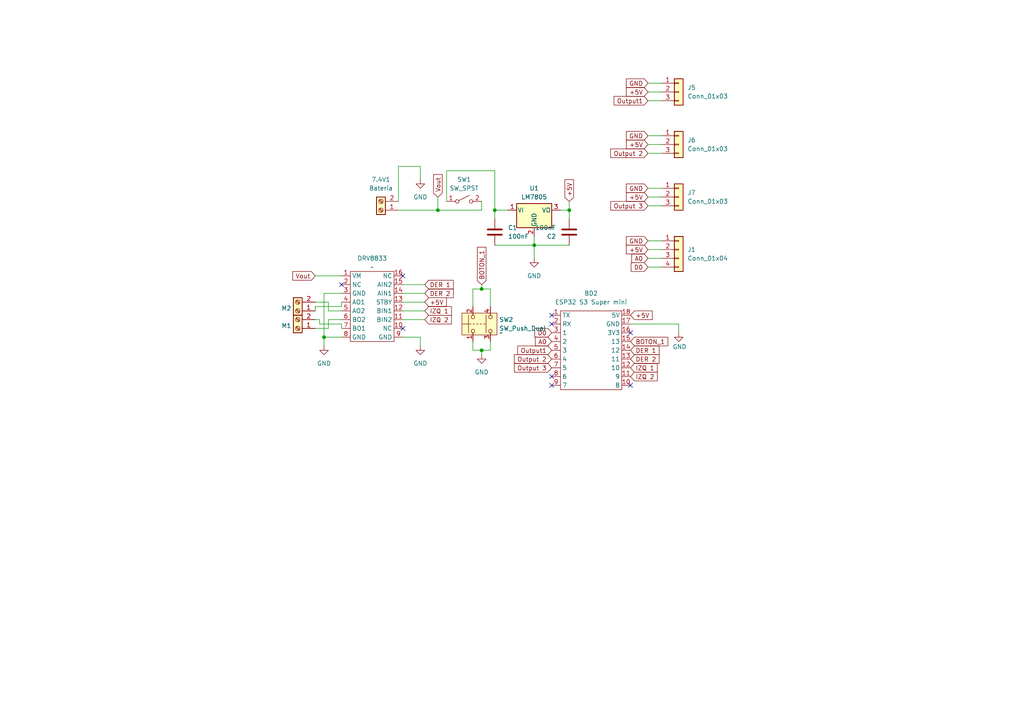
<source format=kicad_sch>
(kicad_sch
	(version 20250114)
	(generator "eeschema")
	(generator_version "9.0")
	(uuid "a5e7c507-6c3f-4fe6-9cbd-1ac62f4184e5")
	(paper "A4")
	(lib_symbols
		(symbol "Boards:ESP32-S3 super mini"
			(exclude_from_sim no)
			(in_bom yes)
			(on_board yes)
			(property "Reference" "BD"
				(at 0 21.59 0)
				(effects
					(font
						(size 1.27 1.27)
					)
				)
			)
			(property "Value" "Arduino_Pro_Micro"
				(at 0 19.05 0)
				(effects
					(font
						(size 1.27 1.27)
					)
				)
			)
			(property "Footprint" ""
				(at 0 3.81 0)
				(effects
					(font
						(size 1.27 1.27)
					)
					(hide yes)
				)
			)
			(property "Datasheet" ""
				(at 0 3.81 0)
				(effects
					(font
						(size 1.27 1.27)
					)
					(hide yes)
				)
			)
			(property "Description" ""
				(at 0 3.81 0)
				(effects
					(font
						(size 1.27 1.27)
					)
					(hide yes)
				)
			)
			(symbol "ESP32-S3 super mini_1_1"
				(rectangle
					(start -8.89 5.08)
					(end 8.89 -17.78)
					(stroke
						(width 0)
						(type default)
					)
					(fill
						(type none)
					)
				)
				(pin output line
					(at -11.43 3.81 0)
					(length 2.54)
					(name "TX"
						(effects
							(font
								(size 1.27 1.27)
							)
						)
					)
					(number "1"
						(effects
							(font
								(size 1.27 1.27)
							)
						)
					)
				)
				(pin input line
					(at -11.43 1.27 0)
					(length 2.54)
					(name "RX"
						(effects
							(font
								(size 1.27 1.27)
							)
						)
					)
					(number "2"
						(effects
							(font
								(size 1.27 1.27)
							)
						)
					)
				)
				(pin bidirectional line
					(at -11.43 -1.27 0)
					(length 2.54)
					(name "1"
						(effects
							(font
								(size 1.27 1.27)
							)
						)
					)
					(number "3"
						(effects
							(font
								(size 1.27 1.27)
							)
						)
					)
				)
				(pin bidirectional line
					(at -11.43 -3.81 0)
					(length 2.54)
					(name "2"
						(effects
							(font
								(size 1.27 1.27)
							)
						)
					)
					(number "4"
						(effects
							(font
								(size 1.27 1.27)
							)
						)
					)
				)
				(pin bidirectional line
					(at -11.43 -6.35 0)
					(length 2.54)
					(name "3"
						(effects
							(font
								(size 1.27 1.27)
							)
						)
					)
					(number "5"
						(effects
							(font
								(size 1.27 1.27)
							)
						)
					)
				)
				(pin bidirectional line
					(at -11.43 -8.89 0)
					(length 2.54)
					(name "4"
						(effects
							(font
								(size 1.27 1.27)
							)
						)
					)
					(number "6"
						(effects
							(font
								(size 1.27 1.27)
							)
						)
					)
				)
				(pin bidirectional line
					(at -11.43 -11.43 0)
					(length 2.54)
					(name "5"
						(effects
							(font
								(size 1.27 1.27)
							)
						)
					)
					(number "7"
						(effects
							(font
								(size 1.27 1.27)
							)
						)
					)
				)
				(pin bidirectional line
					(at -11.43 -13.97 0)
					(length 2.54)
					(name "6"
						(effects
							(font
								(size 1.27 1.27)
							)
						)
					)
					(number "8"
						(effects
							(font
								(size 1.27 1.27)
							)
						)
					)
				)
				(pin bidirectional line
					(at -11.43 -16.51 0)
					(length 2.54)
					(name "7"
						(effects
							(font
								(size 1.27 1.27)
							)
						)
					)
					(number "9"
						(effects
							(font
								(size 1.27 1.27)
							)
						)
					)
				)
				(pin output line
					(at 11.43 3.81 180)
					(length 2.54)
					(name "5V"
						(effects
							(font
								(size 1.27 1.27)
							)
						)
					)
					(number "18"
						(effects
							(font
								(size 1.27 1.27)
							)
						)
					)
				)
				(pin output line
					(at 11.43 1.27 180)
					(length 2.54)
					(name "GND"
						(effects
							(font
								(size 1.27 1.27)
							)
						)
					)
					(number "17"
						(effects
							(font
								(size 1.27 1.27)
							)
						)
					)
				)
				(pin output line
					(at 11.43 -1.27 180)
					(length 2.54)
					(name "3V3"
						(effects
							(font
								(size 1.27 1.27)
							)
						)
					)
					(number "16"
						(effects
							(font
								(size 1.27 1.27)
							)
						)
					)
				)
				(pin bidirectional line
					(at 11.43 -3.81 180)
					(length 2.54)
					(name "13"
						(effects
							(font
								(size 1.27 1.27)
							)
						)
					)
					(number "15"
						(effects
							(font
								(size 1.27 1.27)
							)
						)
					)
				)
				(pin bidirectional line
					(at 11.43 -6.35 180)
					(length 2.54)
					(name "12"
						(effects
							(font
								(size 1.27 1.27)
							)
						)
					)
					(number "14"
						(effects
							(font
								(size 1.27 1.27)
							)
						)
					)
				)
				(pin bidirectional line
					(at 11.43 -8.89 180)
					(length 2.54)
					(name "11"
						(effects
							(font
								(size 1.27 1.27)
							)
						)
					)
					(number "13"
						(effects
							(font
								(size 1.27 1.27)
							)
						)
					)
				)
				(pin bidirectional line
					(at 11.43 -11.43 180)
					(length 2.54)
					(name "10"
						(effects
							(font
								(size 1.27 1.27)
							)
						)
					)
					(number "12"
						(effects
							(font
								(size 1.27 1.27)
							)
						)
					)
				)
				(pin bidirectional line
					(at 11.43 -13.97 180)
					(length 2.54)
					(name "9"
						(effects
							(font
								(size 1.27 1.27)
							)
						)
					)
					(number "11"
						(effects
							(font
								(size 1.27 1.27)
							)
						)
					)
				)
				(pin bidirectional line
					(at 11.43 -16.51 180)
					(length 2.54)
					(name "8"
						(effects
							(font
								(size 1.27 1.27)
							)
						)
					)
					(number "10"
						(effects
							(font
								(size 1.27 1.27)
							)
						)
					)
				)
			)
			(embedded_fonts no)
		)
		(symbol "Boards:ESP32-S3_super_mini"
			(exclude_from_sim no)
			(in_bom yes)
			(on_board yes)
			(property "Reference" "U"
				(at 0 0 0)
				(effects
					(font
						(size 1.27 1.27)
					)
				)
			)
			(property "Value" ""
				(at 0 0 0)
				(effects
					(font
						(size 1.27 1.27)
					)
				)
			)
			(property "Footprint" ""
				(at 0 0 0)
				(effects
					(font
						(size 1.27 1.27)
					)
					(hide yes)
				)
			)
			(property "Datasheet" ""
				(at 0 0 0)
				(effects
					(font
						(size 1.27 1.27)
					)
					(hide yes)
				)
			)
			(property "Description" ""
				(at 0 0 0)
				(effects
					(font
						(size 1.27 1.27)
					)
					(hide yes)
				)
			)
			(embedded_fonts no)
		)
		(symbol "Connector:Screw_Terminal_01x02"
			(pin_names
				(offset 1.016)
				(hide yes)
			)
			(exclude_from_sim no)
			(in_bom yes)
			(on_board yes)
			(property "Reference" "J"
				(at 0 2.54 0)
				(effects
					(font
						(size 1.27 1.27)
					)
				)
			)
			(property "Value" "Screw_Terminal_01x02"
				(at 0 -5.08 0)
				(effects
					(font
						(size 1.27 1.27)
					)
				)
			)
			(property "Footprint" ""
				(at 0 0 0)
				(effects
					(font
						(size 1.27 1.27)
					)
					(hide yes)
				)
			)
			(property "Datasheet" "~"
				(at 0 0 0)
				(effects
					(font
						(size 1.27 1.27)
					)
					(hide yes)
				)
			)
			(property "Description" "Generic screw terminal, single row, 01x02, script generated (kicad-library-utils/schlib/autogen/connector/)"
				(at 0 0 0)
				(effects
					(font
						(size 1.27 1.27)
					)
					(hide yes)
				)
			)
			(property "ki_keywords" "screw terminal"
				(at 0 0 0)
				(effects
					(font
						(size 1.27 1.27)
					)
					(hide yes)
				)
			)
			(property "ki_fp_filters" "TerminalBlock*:*"
				(at 0 0 0)
				(effects
					(font
						(size 1.27 1.27)
					)
					(hide yes)
				)
			)
			(symbol "Screw_Terminal_01x02_1_1"
				(rectangle
					(start -1.27 1.27)
					(end 1.27 -3.81)
					(stroke
						(width 0.254)
						(type default)
					)
					(fill
						(type background)
					)
				)
				(polyline
					(pts
						(xy -0.5334 0.3302) (xy 0.3302 -0.508)
					)
					(stroke
						(width 0.1524)
						(type default)
					)
					(fill
						(type none)
					)
				)
				(polyline
					(pts
						(xy -0.5334 -2.2098) (xy 0.3302 -3.048)
					)
					(stroke
						(width 0.1524)
						(type default)
					)
					(fill
						(type none)
					)
				)
				(polyline
					(pts
						(xy -0.3556 0.508) (xy 0.508 -0.3302)
					)
					(stroke
						(width 0.1524)
						(type default)
					)
					(fill
						(type none)
					)
				)
				(polyline
					(pts
						(xy -0.3556 -2.032) (xy 0.508 -2.8702)
					)
					(stroke
						(width 0.1524)
						(type default)
					)
					(fill
						(type none)
					)
				)
				(circle
					(center 0 0)
					(radius 0.635)
					(stroke
						(width 0.1524)
						(type default)
					)
					(fill
						(type none)
					)
				)
				(circle
					(center 0 -2.54)
					(radius 0.635)
					(stroke
						(width 0.1524)
						(type default)
					)
					(fill
						(type none)
					)
				)
				(pin passive line
					(at -5.08 0 0)
					(length 3.81)
					(name "Pin_1"
						(effects
							(font
								(size 1.27 1.27)
							)
						)
					)
					(number "1"
						(effects
							(font
								(size 1.27 1.27)
							)
						)
					)
				)
				(pin passive line
					(at -5.08 -2.54 0)
					(length 3.81)
					(name "Pin_2"
						(effects
							(font
								(size 1.27 1.27)
							)
						)
					)
					(number "2"
						(effects
							(font
								(size 1.27 1.27)
							)
						)
					)
				)
			)
			(embedded_fonts no)
		)
		(symbol "Connector_Generic:Conn_01x03"
			(pin_names
				(offset 1.016)
				(hide yes)
			)
			(exclude_from_sim no)
			(in_bom yes)
			(on_board yes)
			(property "Reference" "J"
				(at 0 5.08 0)
				(effects
					(font
						(size 1.27 1.27)
					)
				)
			)
			(property "Value" "Conn_01x03"
				(at 0 -5.08 0)
				(effects
					(font
						(size 1.27 1.27)
					)
				)
			)
			(property "Footprint" ""
				(at 0 0 0)
				(effects
					(font
						(size 1.27 1.27)
					)
					(hide yes)
				)
			)
			(property "Datasheet" "~"
				(at 0 0 0)
				(effects
					(font
						(size 1.27 1.27)
					)
					(hide yes)
				)
			)
			(property "Description" "Generic connector, single row, 01x03, script generated (kicad-library-utils/schlib/autogen/connector/)"
				(at 0 0 0)
				(effects
					(font
						(size 1.27 1.27)
					)
					(hide yes)
				)
			)
			(property "ki_keywords" "connector"
				(at 0 0 0)
				(effects
					(font
						(size 1.27 1.27)
					)
					(hide yes)
				)
			)
			(property "ki_fp_filters" "Connector*:*_1x??_*"
				(at 0 0 0)
				(effects
					(font
						(size 1.27 1.27)
					)
					(hide yes)
				)
			)
			(symbol "Conn_01x03_1_1"
				(rectangle
					(start -1.27 3.81)
					(end 1.27 -3.81)
					(stroke
						(width 0.254)
						(type default)
					)
					(fill
						(type background)
					)
				)
				(rectangle
					(start -1.27 2.667)
					(end 0 2.413)
					(stroke
						(width 0.1524)
						(type default)
					)
					(fill
						(type none)
					)
				)
				(rectangle
					(start -1.27 0.127)
					(end 0 -0.127)
					(stroke
						(width 0.1524)
						(type default)
					)
					(fill
						(type none)
					)
				)
				(rectangle
					(start -1.27 -2.413)
					(end 0 -2.667)
					(stroke
						(width 0.1524)
						(type default)
					)
					(fill
						(type none)
					)
				)
				(pin passive line
					(at -5.08 2.54 0)
					(length 3.81)
					(name "Pin_1"
						(effects
							(font
								(size 1.27 1.27)
							)
						)
					)
					(number "1"
						(effects
							(font
								(size 1.27 1.27)
							)
						)
					)
				)
				(pin passive line
					(at -5.08 0 0)
					(length 3.81)
					(name "Pin_2"
						(effects
							(font
								(size 1.27 1.27)
							)
						)
					)
					(number "2"
						(effects
							(font
								(size 1.27 1.27)
							)
						)
					)
				)
				(pin passive line
					(at -5.08 -2.54 0)
					(length 3.81)
					(name "Pin_3"
						(effects
							(font
								(size 1.27 1.27)
							)
						)
					)
					(number "3"
						(effects
							(font
								(size 1.27 1.27)
							)
						)
					)
				)
			)
			(embedded_fonts no)
		)
		(symbol "Connector_Generic:Conn_01x04"
			(pin_names
				(offset 1.016)
				(hide yes)
			)
			(exclude_from_sim no)
			(in_bom yes)
			(on_board yes)
			(property "Reference" "J"
				(at 0 5.08 0)
				(effects
					(font
						(size 1.27 1.27)
					)
				)
			)
			(property "Value" "Conn_01x04"
				(at 0 -7.62 0)
				(effects
					(font
						(size 1.27 1.27)
					)
				)
			)
			(property "Footprint" ""
				(at 0 0 0)
				(effects
					(font
						(size 1.27 1.27)
					)
					(hide yes)
				)
			)
			(property "Datasheet" "~"
				(at 0 0 0)
				(effects
					(font
						(size 1.27 1.27)
					)
					(hide yes)
				)
			)
			(property "Description" "Generic connector, single row, 01x04, script generated (kicad-library-utils/schlib/autogen/connector/)"
				(at 0 0 0)
				(effects
					(font
						(size 1.27 1.27)
					)
					(hide yes)
				)
			)
			(property "ki_keywords" "connector"
				(at 0 0 0)
				(effects
					(font
						(size 1.27 1.27)
					)
					(hide yes)
				)
			)
			(property "ki_fp_filters" "Connector*:*_1x??_*"
				(at 0 0 0)
				(effects
					(font
						(size 1.27 1.27)
					)
					(hide yes)
				)
			)
			(symbol "Conn_01x04_1_1"
				(rectangle
					(start -1.27 3.81)
					(end 1.27 -6.35)
					(stroke
						(width 0.254)
						(type default)
					)
					(fill
						(type background)
					)
				)
				(rectangle
					(start -1.27 2.667)
					(end 0 2.413)
					(stroke
						(width 0.1524)
						(type default)
					)
					(fill
						(type none)
					)
				)
				(rectangle
					(start -1.27 0.127)
					(end 0 -0.127)
					(stroke
						(width 0.1524)
						(type default)
					)
					(fill
						(type none)
					)
				)
				(rectangle
					(start -1.27 -2.413)
					(end 0 -2.667)
					(stroke
						(width 0.1524)
						(type default)
					)
					(fill
						(type none)
					)
				)
				(rectangle
					(start -1.27 -4.953)
					(end 0 -5.207)
					(stroke
						(width 0.1524)
						(type default)
					)
					(fill
						(type none)
					)
				)
				(pin passive line
					(at -5.08 2.54 0)
					(length 3.81)
					(name "Pin_1"
						(effects
							(font
								(size 1.27 1.27)
							)
						)
					)
					(number "1"
						(effects
							(font
								(size 1.27 1.27)
							)
						)
					)
				)
				(pin passive line
					(at -5.08 0 0)
					(length 3.81)
					(name "Pin_2"
						(effects
							(font
								(size 1.27 1.27)
							)
						)
					)
					(number "2"
						(effects
							(font
								(size 1.27 1.27)
							)
						)
					)
				)
				(pin passive line
					(at -5.08 -2.54 0)
					(length 3.81)
					(name "Pin_3"
						(effects
							(font
								(size 1.27 1.27)
							)
						)
					)
					(number "3"
						(effects
							(font
								(size 1.27 1.27)
							)
						)
					)
				)
				(pin passive line
					(at -5.08 -5.08 0)
					(length 3.81)
					(name "Pin_4"
						(effects
							(font
								(size 1.27 1.27)
							)
						)
					)
					(number "4"
						(effects
							(font
								(size 1.27 1.27)
							)
						)
					)
				)
			)
			(embedded_fonts no)
		)
		(symbol "Device:C"
			(pin_numbers
				(hide yes)
			)
			(pin_names
				(offset 0.254)
			)
			(exclude_from_sim no)
			(in_bom yes)
			(on_board yes)
			(property "Reference" "C"
				(at 0.635 2.54 0)
				(effects
					(font
						(size 1.27 1.27)
					)
					(justify left)
				)
			)
			(property "Value" "C"
				(at 0.635 -2.54 0)
				(effects
					(font
						(size 1.27 1.27)
					)
					(justify left)
				)
			)
			(property "Footprint" ""
				(at 0.9652 -3.81 0)
				(effects
					(font
						(size 1.27 1.27)
					)
					(hide yes)
				)
			)
			(property "Datasheet" "~"
				(at 0 0 0)
				(effects
					(font
						(size 1.27 1.27)
					)
					(hide yes)
				)
			)
			(property "Description" "Unpolarized capacitor"
				(at 0 0 0)
				(effects
					(font
						(size 1.27 1.27)
					)
					(hide yes)
				)
			)
			(property "ki_keywords" "cap capacitor"
				(at 0 0 0)
				(effects
					(font
						(size 1.27 1.27)
					)
					(hide yes)
				)
			)
			(property "ki_fp_filters" "C_*"
				(at 0 0 0)
				(effects
					(font
						(size 1.27 1.27)
					)
					(hide yes)
				)
			)
			(symbol "C_0_1"
				(polyline
					(pts
						(xy -2.032 0.762) (xy 2.032 0.762)
					)
					(stroke
						(width 0.508)
						(type default)
					)
					(fill
						(type none)
					)
				)
				(polyline
					(pts
						(xy -2.032 -0.762) (xy 2.032 -0.762)
					)
					(stroke
						(width 0.508)
						(type default)
					)
					(fill
						(type none)
					)
				)
			)
			(symbol "C_1_1"
				(pin passive line
					(at 0 3.81 270)
					(length 2.794)
					(name "~"
						(effects
							(font
								(size 1.27 1.27)
							)
						)
					)
					(number "1"
						(effects
							(font
								(size 1.27 1.27)
							)
						)
					)
				)
				(pin passive line
					(at 0 -3.81 90)
					(length 2.794)
					(name "~"
						(effects
							(font
								(size 1.27 1.27)
							)
						)
					)
					(number "2"
						(effects
							(font
								(size 1.27 1.27)
							)
						)
					)
				)
			)
			(embedded_fonts no)
		)
		(symbol "Mini sumo:DRV8833"
			(exclude_from_sim no)
			(in_bom yes)
			(on_board yes)
			(property "Reference" "DRV8833"
				(at 0 10.16 0)
				(effects
					(font
						(size 1.27 1.27)
					)
				)
			)
			(property "Value" "~"
				(at 0 7.62 0)
				(effects
					(font
						(size 1.27 1.27)
					)
				)
			)
			(property "Footprint" "mini sumo:drv8833"
				(at 0 0 0)
				(effects
					(font
						(size 1.27 1.27)
					)
					(hide yes)
				)
			)
			(property "Datasheet" ""
				(at 0 0 0)
				(effects
					(font
						(size 1.27 1.27)
					)
					(hide yes)
				)
			)
			(property "Description" ""
				(at 0 0 0)
				(effects
					(font
						(size 1.27 1.27)
					)
					(hide yes)
				)
			)
			(symbol "DRV8833_0_1"
				(rectangle
					(start -6.35 6.35)
					(end 6.35 -13.97)
					(stroke
						(width 0)
						(type default)
					)
					(fill
						(type none)
					)
				)
			)
			(symbol "DRV8833_1_1"
				(pin input line
					(at -8.89 5.08 0)
					(length 2.54)
					(name "VM"
						(effects
							(font
								(size 1.27 1.27)
							)
						)
					)
					(number "1"
						(effects
							(font
								(size 1.27 1.27)
							)
						)
					)
				)
				(pin input line
					(at -8.89 2.54 0)
					(length 2.54)
					(name "NC"
						(effects
							(font
								(size 1.27 1.27)
							)
						)
					)
					(number "2"
						(effects
							(font
								(size 1.27 1.27)
							)
						)
					)
				)
				(pin input line
					(at -8.89 0 0)
					(length 2.54)
					(name "GND"
						(effects
							(font
								(size 1.27 1.27)
							)
						)
					)
					(number "3"
						(effects
							(font
								(size 1.27 1.27)
							)
						)
					)
				)
				(pin output line
					(at -8.89 -2.54 0)
					(length 2.54)
					(name "AO1"
						(effects
							(font
								(size 1.27 1.27)
							)
						)
					)
					(number "4"
						(effects
							(font
								(size 1.27 1.27)
							)
						)
					)
				)
				(pin output line
					(at -8.89 -5.08 0)
					(length 2.54)
					(name "AO2"
						(effects
							(font
								(size 1.27 1.27)
							)
						)
					)
					(number "5"
						(effects
							(font
								(size 1.27 1.27)
							)
						)
					)
				)
				(pin output line
					(at -8.89 -7.62 0)
					(length 2.54)
					(name "BO2"
						(effects
							(font
								(size 1.27 1.27)
							)
						)
					)
					(number "6"
						(effects
							(font
								(size 1.27 1.27)
							)
						)
					)
				)
				(pin output line
					(at -8.89 -10.16 0)
					(length 2.54)
					(name "BO1"
						(effects
							(font
								(size 1.27 1.27)
							)
						)
					)
					(number "7"
						(effects
							(font
								(size 1.27 1.27)
							)
						)
					)
				)
				(pin input line
					(at -8.89 -12.7 0)
					(length 2.54)
					(name "GND"
						(effects
							(font
								(size 1.27 1.27)
							)
						)
					)
					(number "8"
						(effects
							(font
								(size 1.27 1.27)
							)
						)
					)
				)
				(pin input line
					(at 8.89 5.08 180)
					(length 2.54)
					(name "NC"
						(effects
							(font
								(size 1.27 1.27)
							)
						)
					)
					(number "16"
						(effects
							(font
								(size 1.27 1.27)
							)
						)
					)
				)
				(pin input line
					(at 8.89 2.54 180)
					(length 2.54)
					(name "AIN2"
						(effects
							(font
								(size 1.27 1.27)
							)
						)
					)
					(number "15"
						(effects
							(font
								(size 1.27 1.27)
							)
						)
					)
				)
				(pin input line
					(at 8.89 0 180)
					(length 2.54)
					(name "AIN1"
						(effects
							(font
								(size 1.27 1.27)
							)
						)
					)
					(number "14"
						(effects
							(font
								(size 1.27 1.27)
							)
						)
					)
				)
				(pin input line
					(at 8.89 -2.54 180)
					(length 2.54)
					(name "STBY"
						(effects
							(font
								(size 1.27 1.27)
							)
						)
					)
					(number "13"
						(effects
							(font
								(size 1.27 1.27)
							)
						)
					)
				)
				(pin input line
					(at 8.89 -5.08 180)
					(length 2.54)
					(name "BIN1"
						(effects
							(font
								(size 1.27 1.27)
							)
						)
					)
					(number "12"
						(effects
							(font
								(size 1.27 1.27)
							)
						)
					)
				)
				(pin input line
					(at 8.89 -7.62 180)
					(length 2.54)
					(name "BIN2"
						(effects
							(font
								(size 1.27 1.27)
							)
						)
					)
					(number "11"
						(effects
							(font
								(size 1.27 1.27)
							)
						)
					)
				)
				(pin input line
					(at 8.89 -10.16 180)
					(length 2.54)
					(name "NC"
						(effects
							(font
								(size 1.27 1.27)
							)
						)
					)
					(number "10"
						(effects
							(font
								(size 1.27 1.27)
							)
						)
					)
				)
				(pin input line
					(at 8.89 -12.7 180)
					(length 2.54)
					(name "GND"
						(effects
							(font
								(size 1.27 1.27)
							)
						)
					)
					(number "9"
						(effects
							(font
								(size 1.27 1.27)
							)
						)
					)
				)
			)
			(embedded_fonts no)
		)
		(symbol "Regulator_Linear:LM7805_TO220"
			(pin_names
				(offset 0.254)
			)
			(exclude_from_sim no)
			(in_bom yes)
			(on_board yes)
			(property "Reference" "U"
				(at -3.81 3.175 0)
				(effects
					(font
						(size 1.27 1.27)
					)
				)
			)
			(property "Value" "LM7805_TO220"
				(at 0 3.175 0)
				(effects
					(font
						(size 1.27 1.27)
					)
					(justify left)
				)
			)
			(property "Footprint" "Package_TO_SOT_THT:TO-220-3_Vertical"
				(at 0 5.715 0)
				(effects
					(font
						(size 1.27 1.27)
						(italic yes)
					)
					(hide yes)
				)
			)
			(property "Datasheet" "https://www.onsemi.cn/PowerSolutions/document/MC7800-D.PDF"
				(at 0 -1.27 0)
				(effects
					(font
						(size 1.27 1.27)
					)
					(hide yes)
				)
			)
			(property "Description" "Positive 1A 35V Linear Regulator, Fixed Output 5V, TO-220"
				(at 0 0 0)
				(effects
					(font
						(size 1.27 1.27)
					)
					(hide yes)
				)
			)
			(property "ki_keywords" "Voltage Regulator 1A Positive"
				(at 0 0 0)
				(effects
					(font
						(size 1.27 1.27)
					)
					(hide yes)
				)
			)
			(property "ki_fp_filters" "TO?220*"
				(at 0 0 0)
				(effects
					(font
						(size 1.27 1.27)
					)
					(hide yes)
				)
			)
			(symbol "LM7805_TO220_0_1"
				(rectangle
					(start -5.08 1.905)
					(end 5.08 -5.08)
					(stroke
						(width 0.254)
						(type default)
					)
					(fill
						(type background)
					)
				)
			)
			(symbol "LM7805_TO220_1_1"
				(pin power_in line
					(at -7.62 0 0)
					(length 2.54)
					(name "VI"
						(effects
							(font
								(size 1.27 1.27)
							)
						)
					)
					(number "1"
						(effects
							(font
								(size 1.27 1.27)
							)
						)
					)
				)
				(pin power_in line
					(at 0 -7.62 90)
					(length 2.54)
					(name "GND"
						(effects
							(font
								(size 1.27 1.27)
							)
						)
					)
					(number "2"
						(effects
							(font
								(size 1.27 1.27)
							)
						)
					)
				)
				(pin power_out line
					(at 7.62 0 180)
					(length 2.54)
					(name "VO"
						(effects
							(font
								(size 1.27 1.27)
							)
						)
					)
					(number "3"
						(effects
							(font
								(size 1.27 1.27)
							)
						)
					)
				)
			)
			(embedded_fonts no)
		)
		(symbol "Switch:SW_Push_Dual"
			(pin_names
				(offset 1.016)
				(hide yes)
			)
			(exclude_from_sim no)
			(in_bom yes)
			(on_board yes)
			(property "Reference" "SW"
				(at 0 7.62 0)
				(effects
					(font
						(size 1.27 1.27)
					)
				)
			)
			(property "Value" "SW_Push_Dual"
				(at 0 -6.35 0)
				(effects
					(font
						(size 1.27 1.27)
					)
				)
			)
			(property "Footprint" ""
				(at 0 7.62 0)
				(effects
					(font
						(size 1.27 1.27)
					)
					(hide yes)
				)
			)
			(property "Datasheet" "~"
				(at 0 0 0)
				(effects
					(font
						(size 1.27 1.27)
					)
					(hide yes)
				)
			)
			(property "Description" "Push button switch, generic, symbol, four pins"
				(at 0 0 0)
				(effects
					(font
						(size 1.27 1.27)
					)
					(hide yes)
				)
			)
			(property "ki_keywords" "switch normally-open pushbutton push-button"
				(at 0 0 0)
				(effects
					(font
						(size 1.27 1.27)
					)
					(hide yes)
				)
			)
			(symbol "SW_Push_Dual_0_1"
				(circle
					(center -2.032 2.54)
					(radius 0.508)
					(stroke
						(width 0)
						(type default)
					)
					(fill
						(type none)
					)
				)
				(circle
					(center -2.032 -2.54)
					(radius 0.508)
					(stroke
						(width 0)
						(type default)
					)
					(fill
						(type none)
					)
				)
				(polyline
					(pts
						(xy 0 3.81) (xy 0 5.588)
					)
					(stroke
						(width 0)
						(type default)
					)
					(fill
						(type none)
					)
				)
				(polyline
					(pts
						(xy 0 3.048) (xy 0 3.556)
					)
					(stroke
						(width 0)
						(type default)
					)
					(fill
						(type none)
					)
				)
				(polyline
					(pts
						(xy 0 2.032) (xy 0 2.54)
					)
					(stroke
						(width 0)
						(type default)
					)
					(fill
						(type none)
					)
				)
				(polyline
					(pts
						(xy 0 1.016) (xy 0 1.524)
					)
					(stroke
						(width 0)
						(type default)
					)
					(fill
						(type none)
					)
				)
				(polyline
					(pts
						(xy 0 0.508) (xy 0 0)
					)
					(stroke
						(width 0)
						(type default)
					)
					(fill
						(type none)
					)
				)
				(polyline
					(pts
						(xy 0 -0.508) (xy 0 -1.016)
					)
					(stroke
						(width 0)
						(type default)
					)
					(fill
						(type none)
					)
				)
				(circle
					(center 2.032 2.54)
					(radius 0.508)
					(stroke
						(width 0)
						(type default)
					)
					(fill
						(type none)
					)
				)
				(circle
					(center 2.032 -2.54)
					(radius 0.508)
					(stroke
						(width 0)
						(type default)
					)
					(fill
						(type none)
					)
				)
				(polyline
					(pts
						(xy 2.54 3.81) (xy -2.54 3.81)
					)
					(stroke
						(width 0)
						(type default)
					)
					(fill
						(type none)
					)
				)
				(polyline
					(pts
						(xy 2.54 -1.27) (xy -2.54 -1.27)
					)
					(stroke
						(width 0)
						(type default)
					)
					(fill
						(type none)
					)
				)
				(pin passive line
					(at -5.08 2.54 0)
					(length 2.54)
					(name "1"
						(effects
							(font
								(size 1.27 1.27)
							)
						)
					)
					(number "1"
						(effects
							(font
								(size 1.27 1.27)
							)
						)
					)
				)
				(pin passive line
					(at -5.08 -2.54 0)
					(length 2.54)
					(name "3"
						(effects
							(font
								(size 1.27 1.27)
							)
						)
					)
					(number "3"
						(effects
							(font
								(size 1.27 1.27)
							)
						)
					)
				)
				(pin passive line
					(at 5.08 2.54 180)
					(length 2.54)
					(name "2"
						(effects
							(font
								(size 1.27 1.27)
							)
						)
					)
					(number "2"
						(effects
							(font
								(size 1.27 1.27)
							)
						)
					)
				)
				(pin passive line
					(at 5.08 -2.54 180)
					(length 2.54)
					(name "4"
						(effects
							(font
								(size 1.27 1.27)
							)
						)
					)
					(number "4"
						(effects
							(font
								(size 1.27 1.27)
							)
						)
					)
				)
			)
			(symbol "SW_Push_Dual_1_1"
				(rectangle
					(start -3.175 5.715)
					(end 3.175 -4.445)
					(stroke
						(width 0)
						(type default)
					)
					(fill
						(type background)
					)
				)
			)
			(embedded_fonts no)
		)
		(symbol "Switch:SW_SPST"
			(pin_names
				(offset 0)
				(hide yes)
			)
			(exclude_from_sim no)
			(in_bom yes)
			(on_board yes)
			(property "Reference" "SW"
				(at 0 3.175 0)
				(effects
					(font
						(size 1.27 1.27)
					)
				)
			)
			(property "Value" "SW_SPST"
				(at 0 -2.54 0)
				(effects
					(font
						(size 1.27 1.27)
					)
				)
			)
			(property "Footprint" ""
				(at 0 0 0)
				(effects
					(font
						(size 1.27 1.27)
					)
					(hide yes)
				)
			)
			(property "Datasheet" "~"
				(at 0 0 0)
				(effects
					(font
						(size 1.27 1.27)
					)
					(hide yes)
				)
			)
			(property "Description" "Single Pole Single Throw (SPST) switch"
				(at 0 0 0)
				(effects
					(font
						(size 1.27 1.27)
					)
					(hide yes)
				)
			)
			(property "ki_keywords" "switch lever"
				(at 0 0 0)
				(effects
					(font
						(size 1.27 1.27)
					)
					(hide yes)
				)
			)
			(symbol "SW_SPST_0_0"
				(circle
					(center -2.032 0)
					(radius 0.508)
					(stroke
						(width 0)
						(type default)
					)
					(fill
						(type none)
					)
				)
				(polyline
					(pts
						(xy -1.524 0.254) (xy 1.524 1.778)
					)
					(stroke
						(width 0)
						(type default)
					)
					(fill
						(type none)
					)
				)
				(circle
					(center 2.032 0)
					(radius 0.508)
					(stroke
						(width 0)
						(type default)
					)
					(fill
						(type none)
					)
				)
			)
			(symbol "SW_SPST_1_1"
				(pin passive line
					(at -5.08 0 0)
					(length 2.54)
					(name "A"
						(effects
							(font
								(size 1.27 1.27)
							)
						)
					)
					(number "1"
						(effects
							(font
								(size 1.27 1.27)
							)
						)
					)
				)
				(pin passive line
					(at 5.08 0 180)
					(length 2.54)
					(name "B"
						(effects
							(font
								(size 1.27 1.27)
							)
						)
					)
					(number "2"
						(effects
							(font
								(size 1.27 1.27)
							)
						)
					)
				)
			)
			(embedded_fonts no)
		)
		(symbol "power:GND"
			(power)
			(pin_numbers
				(hide yes)
			)
			(pin_names
				(offset 0)
				(hide yes)
			)
			(exclude_from_sim no)
			(in_bom yes)
			(on_board yes)
			(property "Reference" "#PWR"
				(at 0 -6.35 0)
				(effects
					(font
						(size 1.27 1.27)
					)
					(hide yes)
				)
			)
			(property "Value" "GND"
				(at 0 -3.81 0)
				(effects
					(font
						(size 1.27 1.27)
					)
				)
			)
			(property "Footprint" ""
				(at 0 0 0)
				(effects
					(font
						(size 1.27 1.27)
					)
					(hide yes)
				)
			)
			(property "Datasheet" ""
				(at 0 0 0)
				(effects
					(font
						(size 1.27 1.27)
					)
					(hide yes)
				)
			)
			(property "Description" "Power symbol creates a global label with name \"GND\" , ground"
				(at 0 0 0)
				(effects
					(font
						(size 1.27 1.27)
					)
					(hide yes)
				)
			)
			(property "ki_keywords" "global power"
				(at 0 0 0)
				(effects
					(font
						(size 1.27 1.27)
					)
					(hide yes)
				)
			)
			(symbol "GND_0_1"
				(polyline
					(pts
						(xy 0 0) (xy 0 -1.27) (xy 1.27 -1.27) (xy 0 -2.54) (xy -1.27 -1.27) (xy 0 -1.27)
					)
					(stroke
						(width 0)
						(type default)
					)
					(fill
						(type none)
					)
				)
			)
			(symbol "GND_1_1"
				(pin power_in line
					(at 0 0 270)
					(length 0)
					(name "~"
						(effects
							(font
								(size 1.27 1.27)
							)
						)
					)
					(number "1"
						(effects
							(font
								(size 1.27 1.27)
							)
						)
					)
				)
			)
			(embedded_fonts no)
		)
	)
	(junction
		(at 139.7 101.6)
		(diameter 0)
		(color 0 0 0 0)
		(uuid "11add4b8-3528-453d-b580-5b64caddaedc")
	)
	(junction
		(at 165.1 60.96)
		(diameter 0)
		(color 0 0 0 0)
		(uuid "373291dc-ec85-489d-bc55-c666b8811a9a")
	)
	(junction
		(at 154.94 71.12)
		(diameter 0)
		(color 0 0 0 0)
		(uuid "47bb350a-008f-43fe-8a7b-342e3c92175e")
	)
	(junction
		(at 139.7 83.82)
		(diameter 0)
		(color 0 0 0 0)
		(uuid "4e0c7c71-737f-4e84-a052-97d0895191cc")
	)
	(junction
		(at 93.98 97.79)
		(diameter 0)
		(color 0 0 0 0)
		(uuid "8c75120c-b08e-4965-82d5-dd40ae1643ee")
	)
	(junction
		(at 143.51 60.96)
		(diameter 0)
		(color 0 0 0 0)
		(uuid "d699fd33-82fa-4b8b-b031-1774b4630d9d")
	)
	(junction
		(at 127 60.96)
		(diameter 0)
		(color 0 0 0 0)
		(uuid "f651be2a-2d75-4540-b5d3-250b91bf3e30")
	)
	(no_connect
		(at 160.02 111.76)
		(uuid "13e76f61-9369-4123-a360-de69b186fc41")
	)
	(no_connect
		(at 116.84 95.25)
		(uuid "37ddcb0f-e840-4f89-b38f-d503187005b5")
	)
	(no_connect
		(at 160.02 93.98)
		(uuid "452f5a76-11f2-424d-a75a-f4811eda2885")
	)
	(no_connect
		(at 182.88 96.52)
		(uuid "686f9bb1-9a4b-42e1-b2b9-6818cb931e89")
	)
	(no_connect
		(at 160.02 109.22)
		(uuid "69d6251d-6559-4d7d-8663-02e8411e8442")
	)
	(no_connect
		(at 160.02 91.44)
		(uuid "8c27ae9b-883c-4db1-aeee-6ecfa6b641e4")
	)
	(no_connect
		(at 116.84 80.01)
		(uuid "9969c2ba-d240-4c3a-9bcd-bae5b1b49128")
	)
	(no_connect
		(at 99.06 82.55)
		(uuid "a8522092-b8fb-4f10-9c60-b3c444ed31a8")
	)
	(no_connect
		(at 182.88 111.76)
		(uuid "bedfdcf6-6911-456b-8516-00fb656ff008")
	)
	(wire
		(pts
			(xy 91.44 95.25) (xy 95.25 95.25)
		)
		(stroke
			(width 0)
			(type default)
		)
		(uuid "004ec897-8073-4166-a1f4-fa158cf31956")
	)
	(wire
		(pts
			(xy 92.71 92.71) (xy 92.71 93.98)
		)
		(stroke
			(width 0)
			(type default)
		)
		(uuid "036cc043-7904-4fd5-b5e7-20bd6b30712b")
	)
	(wire
		(pts
			(xy 143.51 49.53) (xy 129.54 49.53)
		)
		(stroke
			(width 0)
			(type default)
		)
		(uuid "04559359-c738-4d20-9e4a-9c558f16124d")
	)
	(wire
		(pts
			(xy 187.96 59.69) (xy 191.77 59.69)
		)
		(stroke
			(width 0)
			(type default)
		)
		(uuid "08a0a768-05c2-415e-8afc-3af4f1b6c218")
	)
	(wire
		(pts
			(xy 142.24 101.6) (xy 142.24 99.06)
		)
		(stroke
			(width 0)
			(type default)
		)
		(uuid "0920c349-964e-473f-9a5a-9d12ad4b5e2d")
	)
	(wire
		(pts
			(xy 191.77 74.93) (xy 187.96 74.93)
		)
		(stroke
			(width 0)
			(type default)
		)
		(uuid "0e818134-14e8-46a1-b2e6-7fc989d78db3")
	)
	(wire
		(pts
			(xy 187.96 39.37) (xy 191.77 39.37)
		)
		(stroke
			(width 0)
			(type default)
		)
		(uuid "0f5a510c-e2ae-4cd0-84da-fdcfa355b543")
	)
	(wire
		(pts
			(xy 154.94 71.12) (xy 154.94 74.93)
		)
		(stroke
			(width 0)
			(type default)
		)
		(uuid "0f79e2d6-b985-44b8-b236-57f69c2f73e9")
	)
	(wire
		(pts
			(xy 115.57 48.26) (xy 115.57 58.42)
		)
		(stroke
			(width 0)
			(type default)
		)
		(uuid "114fee0b-acd7-4f90-b7b4-fe3b6738ec96")
	)
	(wire
		(pts
			(xy 93.98 97.79) (xy 99.06 97.79)
		)
		(stroke
			(width 0)
			(type default)
		)
		(uuid "18d87908-3b23-408d-8f1e-d246ec474520")
	)
	(wire
		(pts
			(xy 154.94 68.58) (xy 154.94 71.12)
		)
		(stroke
			(width 0)
			(type default)
		)
		(uuid "1b566777-6e12-428d-bc50-3a071aac64ac")
	)
	(wire
		(pts
			(xy 137.16 83.82) (xy 137.16 88.9)
		)
		(stroke
			(width 0)
			(type default)
		)
		(uuid "2054e8c5-3e4f-40b6-86b8-2b5330783f12")
	)
	(wire
		(pts
			(xy 116.84 92.71) (xy 123.19 92.71)
		)
		(stroke
			(width 0)
			(type default)
		)
		(uuid "2349a66c-765d-44fc-a3d3-52a7e69abd32")
	)
	(wire
		(pts
			(xy 139.7 60.96) (xy 139.7 58.42)
		)
		(stroke
			(width 0)
			(type default)
		)
		(uuid "24a5b936-56ff-452d-b6ff-d00c6a8f05b2")
	)
	(wire
		(pts
			(xy 187.96 57.15) (xy 191.77 57.15)
		)
		(stroke
			(width 0)
			(type default)
		)
		(uuid "2a1fc2b4-d668-4845-adf3-71c5eb38ad25")
	)
	(wire
		(pts
			(xy 95.25 90.17) (xy 95.25 87.63)
		)
		(stroke
			(width 0)
			(type default)
		)
		(uuid "2e0b219a-0ee3-4b13-a546-a245e08e8d70")
	)
	(wire
		(pts
			(xy 99.06 85.09) (xy 93.98 85.09)
		)
		(stroke
			(width 0)
			(type default)
		)
		(uuid "3300b471-f01f-468a-8e4a-ac5da32ebc57")
	)
	(wire
		(pts
			(xy 91.44 88.9) (xy 99.06 88.9)
		)
		(stroke
			(width 0)
			(type default)
		)
		(uuid "3658c592-2a5b-41a2-859a-8bae99c8b39c")
	)
	(wire
		(pts
			(xy 116.84 90.17) (xy 123.19 90.17)
		)
		(stroke
			(width 0)
			(type default)
		)
		(uuid "38facff4-4172-4b60-a790-980de2edde98")
	)
	(wire
		(pts
			(xy 91.44 90.17) (xy 91.44 88.9)
		)
		(stroke
			(width 0)
			(type default)
		)
		(uuid "435cae08-fd20-49d1-8666-fb2252a14552")
	)
	(wire
		(pts
			(xy 154.94 71.12) (xy 165.1 71.12)
		)
		(stroke
			(width 0)
			(type default)
		)
		(uuid "4977e152-72cb-4c16-a47f-83d4c9c76be5")
	)
	(wire
		(pts
			(xy 147.32 60.96) (xy 143.51 60.96)
		)
		(stroke
			(width 0)
			(type default)
		)
		(uuid "49f1ca1f-0342-4845-bd0f-f2946fc7f904")
	)
	(wire
		(pts
			(xy 165.1 60.96) (xy 162.56 60.96)
		)
		(stroke
			(width 0)
			(type default)
		)
		(uuid "4f06855c-c285-4b29-abee-80d7c059ec4d")
	)
	(wire
		(pts
			(xy 139.7 101.6) (xy 137.16 101.6)
		)
		(stroke
			(width 0)
			(type default)
		)
		(uuid "51c9987a-c1e3-40ba-ac88-1a1adbf7fb7d")
	)
	(wire
		(pts
			(xy 127 57.15) (xy 127 60.96)
		)
		(stroke
			(width 0)
			(type default)
		)
		(uuid "56e1f280-1db1-4c4f-8104-0c5df6cba749")
	)
	(wire
		(pts
			(xy 187.96 24.13) (xy 191.77 24.13)
		)
		(stroke
			(width 0)
			(type default)
		)
		(uuid "573e4e06-97fb-40b9-8316-d7ea175dfe84")
	)
	(wire
		(pts
			(xy 191.77 72.39) (xy 187.96 72.39)
		)
		(stroke
			(width 0)
			(type default)
		)
		(uuid "576d7bcc-5dee-431b-83ff-e70605a4facd")
	)
	(wire
		(pts
			(xy 129.54 49.53) (xy 129.54 58.42)
		)
		(stroke
			(width 0)
			(type default)
		)
		(uuid "632b6d7d-07ac-4a84-be30-ecb45979d3e2")
	)
	(wire
		(pts
			(xy 127 60.96) (xy 139.7 60.96)
		)
		(stroke
			(width 0)
			(type default)
		)
		(uuid "664bf1d9-55de-49ab-9735-2dce509469c5")
	)
	(wire
		(pts
			(xy 116.84 85.09) (xy 123.19 85.09)
		)
		(stroke
			(width 0)
			(type default)
		)
		(uuid "66d39e88-bb4f-4b36-881c-9aec65f8ed24")
	)
	(wire
		(pts
			(xy 187.96 26.67) (xy 191.77 26.67)
		)
		(stroke
			(width 0)
			(type default)
		)
		(uuid "70172b10-d140-4ec2-baa2-ad3c414d0b40")
	)
	(wire
		(pts
			(xy 139.7 102.87) (xy 139.7 101.6)
		)
		(stroke
			(width 0)
			(type default)
		)
		(uuid "80802c78-1787-4502-af42-53d2358450a2")
	)
	(wire
		(pts
			(xy 191.77 77.47) (xy 187.96 77.47)
		)
		(stroke
			(width 0)
			(type default)
		)
		(uuid "84f7d0eb-1bdb-4afd-89e3-79753480b619")
	)
	(wire
		(pts
			(xy 121.92 100.33) (xy 121.92 97.79)
		)
		(stroke
			(width 0)
			(type default)
		)
		(uuid "8791bbe3-2b15-45d0-afe9-53d28dec629b")
	)
	(wire
		(pts
			(xy 143.51 71.12) (xy 154.94 71.12)
		)
		(stroke
			(width 0)
			(type default)
		)
		(uuid "8ce263de-ae43-450e-9b3e-218fcb90550b")
	)
	(wire
		(pts
			(xy 142.24 83.82) (xy 142.24 88.9)
		)
		(stroke
			(width 0)
			(type default)
		)
		(uuid "94a63044-b611-4f6b-805d-046e6d4dd426")
	)
	(wire
		(pts
			(xy 187.96 29.21) (xy 191.77 29.21)
		)
		(stroke
			(width 0)
			(type default)
		)
		(uuid "950ef895-b8c1-4086-9383-58fcd174530f")
	)
	(wire
		(pts
			(xy 99.06 90.17) (xy 95.25 90.17)
		)
		(stroke
			(width 0)
			(type default)
		)
		(uuid "955b4834-157a-41c2-a213-2a45c73a6ee8")
	)
	(wire
		(pts
			(xy 99.06 93.98) (xy 99.06 95.25)
		)
		(stroke
			(width 0)
			(type default)
		)
		(uuid "95bdc24d-5d4e-45ed-b8b5-2332146c7d9b")
	)
	(wire
		(pts
			(xy 92.71 93.98) (xy 99.06 93.98)
		)
		(stroke
			(width 0)
			(type default)
		)
		(uuid "96bf8aa6-ad69-490a-b83b-e42fe6049a63")
	)
	(wire
		(pts
			(xy 139.7 83.82) (xy 142.24 83.82)
		)
		(stroke
			(width 0)
			(type default)
		)
		(uuid "a190fab8-cc92-48aa-9d3c-a03d7775b9b3")
	)
	(wire
		(pts
			(xy 91.44 92.71) (xy 92.71 92.71)
		)
		(stroke
			(width 0)
			(type default)
		)
		(uuid "a5f58778-921d-4241-ba20-73e2b33af9c4")
	)
	(wire
		(pts
			(xy 139.7 82.55) (xy 139.7 83.82)
		)
		(stroke
			(width 0)
			(type default)
		)
		(uuid "a805b248-1474-4840-a53e-660b98dd4718")
	)
	(wire
		(pts
			(xy 196.85 96.52) (xy 196.85 93.98)
		)
		(stroke
			(width 0)
			(type default)
		)
		(uuid "aadefa6a-d062-4d75-952d-68523ee92175")
	)
	(wire
		(pts
			(xy 99.06 87.63) (xy 99.06 88.9)
		)
		(stroke
			(width 0)
			(type default)
		)
		(uuid "ac2107ce-bdcb-4c80-b071-85eb394eee6e")
	)
	(wire
		(pts
			(xy 137.16 101.6) (xy 137.16 99.06)
		)
		(stroke
			(width 0)
			(type default)
		)
		(uuid "ad9eceb4-6e3a-42f6-810f-92c681d6ac7a")
	)
	(wire
		(pts
			(xy 143.51 60.96) (xy 143.51 49.53)
		)
		(stroke
			(width 0)
			(type default)
		)
		(uuid "b3adf841-0656-4c57-bfce-0b0d546953fd")
	)
	(wire
		(pts
			(xy 187.96 54.61) (xy 191.77 54.61)
		)
		(stroke
			(width 0)
			(type default)
		)
		(uuid "b403ba5d-42fe-4c15-83fe-d52773cbf4c0")
	)
	(wire
		(pts
			(xy 191.77 69.85) (xy 187.96 69.85)
		)
		(stroke
			(width 0)
			(type default)
		)
		(uuid "bc2843c5-faad-48db-b10b-f0e51538b1a3")
	)
	(wire
		(pts
			(xy 137.16 83.82) (xy 139.7 83.82)
		)
		(stroke
			(width 0)
			(type default)
		)
		(uuid "bfd9e0ee-5188-4fc1-8c6f-c0d9503b09e9")
	)
	(wire
		(pts
			(xy 93.98 85.09) (xy 93.98 97.79)
		)
		(stroke
			(width 0)
			(type default)
		)
		(uuid "c50f41ee-bfb8-44bd-809c-03d156a3e4c1")
	)
	(wire
		(pts
			(xy 95.25 95.25) (xy 95.25 92.71)
		)
		(stroke
			(width 0)
			(type default)
		)
		(uuid "c7fd5535-4fcb-42ae-9ee6-b22f5e332cae")
	)
	(wire
		(pts
			(xy 95.25 92.71) (xy 99.06 92.71)
		)
		(stroke
			(width 0)
			(type default)
		)
		(uuid "cd98d75e-c97b-40db-a4de-034bcc477275")
	)
	(wire
		(pts
			(xy 143.51 60.96) (xy 143.51 63.5)
		)
		(stroke
			(width 0)
			(type default)
		)
		(uuid "cf85adb1-982b-4d47-865d-94435e6cb4eb")
	)
	(wire
		(pts
			(xy 139.7 101.6) (xy 142.24 101.6)
		)
		(stroke
			(width 0)
			(type default)
		)
		(uuid "d10bc4db-e044-4218-984b-5690d9440482")
	)
	(wire
		(pts
			(xy 116.84 82.55) (xy 123.19 82.55)
		)
		(stroke
			(width 0)
			(type default)
		)
		(uuid "d57e93a7-9e58-4a8f-83c3-589e68ef31ce")
	)
	(wire
		(pts
			(xy 196.85 93.98) (xy 182.88 93.98)
		)
		(stroke
			(width 0)
			(type default)
		)
		(uuid "d99afd3b-3b61-45bc-a130-caae6ef7653f")
	)
	(wire
		(pts
			(xy 187.96 41.91) (xy 191.77 41.91)
		)
		(stroke
			(width 0)
			(type default)
		)
		(uuid "da88d880-7347-461d-8e40-aa0e4cc712b4")
	)
	(wire
		(pts
			(xy 187.96 44.45) (xy 191.77 44.45)
		)
		(stroke
			(width 0)
			(type default)
		)
		(uuid "dae861e7-6e92-4b21-9269-405cb12dd6e3")
	)
	(wire
		(pts
			(xy 116.84 97.79) (xy 121.92 97.79)
		)
		(stroke
			(width 0)
			(type default)
		)
		(uuid "dd4b7dbf-824c-4ad2-9896-d02e15cf8810")
	)
	(wire
		(pts
			(xy 116.84 87.63) (xy 123.19 87.63)
		)
		(stroke
			(width 0)
			(type default)
		)
		(uuid "dfc70d16-c609-4e8c-9f50-f41e303500a2")
	)
	(wire
		(pts
			(xy 115.57 60.96) (xy 127 60.96)
		)
		(stroke
			(width 0)
			(type default)
		)
		(uuid "e35b71f7-1c6c-4824-99cf-37fc7ac4cd6a")
	)
	(wire
		(pts
			(xy 165.1 58.42) (xy 165.1 60.96)
		)
		(stroke
			(width 0)
			(type default)
		)
		(uuid "e810df52-cf9d-49f8-aa32-c5a6649753d2")
	)
	(wire
		(pts
			(xy 165.1 63.5) (xy 165.1 60.96)
		)
		(stroke
			(width 0)
			(type default)
		)
		(uuid "eb49ae54-6afb-4fea-974a-5a74ec1241f0")
	)
	(wire
		(pts
			(xy 93.98 100.33) (xy 93.98 97.79)
		)
		(stroke
			(width 0)
			(type default)
		)
		(uuid "ed5f0a7b-c6c1-4b6d-8f59-ab906c649f27")
	)
	(wire
		(pts
			(xy 95.25 87.63) (xy 91.44 87.63)
		)
		(stroke
			(width 0)
			(type default)
		)
		(uuid "f2c36fd0-c63d-4b88-973c-9d4be0f5c40f")
	)
	(wire
		(pts
			(xy 115.57 48.26) (xy 121.92 48.26)
		)
		(stroke
			(width 0)
			(type default)
		)
		(uuid "f2f1d342-582f-4276-826c-cbd3414491a4")
	)
	(wire
		(pts
			(xy 121.92 48.26) (xy 121.92 52.07)
		)
		(stroke
			(width 0)
			(type default)
		)
		(uuid "f2f9c1dd-8b35-44d4-bec8-611d298f1f31")
	)
	(wire
		(pts
			(xy 91.44 80.01) (xy 99.06 80.01)
		)
		(stroke
			(width 0)
			(type default)
		)
		(uuid "fa9dcc41-1401-4aea-a30e-bfa436cb8d86")
	)
	(global_label "+5V"
		(shape input)
		(at 165.1 58.42 90)
		(fields_autoplaced yes)
		(effects
			(font
				(size 1.27 1.27)
			)
			(justify left)
		)
		(uuid "05101426-7013-473a-8c07-f9a3a671e8e4")
		(property "Intersheetrefs" "${INTERSHEET_REFS}"
			(at 165.1 51.5643 90)
			(effects
				(font
					(size 1.27 1.27)
				)
				(justify left)
				(hide yes)
			)
		)
	)
	(global_label "+5V"
		(shape input)
		(at 182.88 91.44 0)
		(fields_autoplaced yes)
		(effects
			(font
				(size 1.27 1.27)
			)
			(justify left)
		)
		(uuid "3a82cb2d-a93f-4851-996d-7196b73954b2")
		(property "Intersheetrefs" "${INTERSHEET_REFS}"
			(at 189.7357 91.44 0)
			(effects
				(font
					(size 1.27 1.27)
				)
				(justify left)
				(hide yes)
			)
		)
	)
	(global_label "DER 2"
		(shape input)
		(at 182.88 104.14 0)
		(fields_autoplaced yes)
		(effects
			(font
				(size 1.27 1.27)
			)
			(justify left)
		)
		(uuid "415271df-c1cd-42a4-bbc5-ee4b7c9d6318")
		(property "Intersheetrefs" "${INTERSHEET_REFS}"
			(at 191.7313 104.14 0)
			(effects
				(font
					(size 1.27 1.27)
				)
				(justify left)
				(hide yes)
			)
		)
	)
	(global_label "IZQ 2"
		(shape input)
		(at 182.88 109.22 0)
		(fields_autoplaced yes)
		(effects
			(font
				(size 1.27 1.27)
			)
			(justify left)
		)
		(uuid "43485fff-07a6-4977-8bcf-1a49fed76410")
		(property "Intersheetrefs" "${INTERSHEET_REFS}"
			(at 191.1871 109.22 0)
			(effects
				(font
					(size 1.27 1.27)
				)
				(justify left)
				(hide yes)
			)
		)
	)
	(global_label "+5V"
		(shape input)
		(at 187.96 41.91 180)
		(fields_autoplaced yes)
		(effects
			(font
				(size 1.27 1.27)
			)
			(justify right)
		)
		(uuid "4646bf57-a4bc-4ae8-b36b-5bdd52b3cc32")
		(property "Intersheetrefs" "${INTERSHEET_REFS}"
			(at 181.1043 41.91 0)
			(effects
				(font
					(size 1.27 1.27)
				)
				(justify right)
				(hide yes)
			)
		)
	)
	(global_label "A0"
		(shape input)
		(at 160.02 99.06 180)
		(fields_autoplaced yes)
		(effects
			(font
				(size 1.27 1.27)
			)
			(justify right)
		)
		(uuid "4b4aebea-ef98-4bd3-a151-1515bcf54b1b")
		(property "Intersheetrefs" "${INTERSHEET_REFS}"
			(at 154.7367 99.06 0)
			(effects
				(font
					(size 1.27 1.27)
				)
				(justify right)
				(hide yes)
			)
		)
	)
	(global_label "Vout"
		(shape input)
		(at 127 57.15 90)
		(fields_autoplaced yes)
		(effects
			(font
				(size 1.27 1.27)
			)
			(justify left)
		)
		(uuid "4c9c51f9-bba8-472c-935c-cbe35a9c0244")
		(property "Intersheetrefs" "${INTERSHEET_REFS}"
			(at 127 50.0525 90)
			(effects
				(font
					(size 1.27 1.27)
				)
				(justify left)
				(hide yes)
			)
		)
	)
	(global_label "DER 2"
		(shape input)
		(at 123.19 85.09 0)
		(fields_autoplaced yes)
		(effects
			(font
				(size 1.27 1.27)
			)
			(justify left)
		)
		(uuid "5b77f649-4844-4832-bfa4-019145ab2a9c")
		(property "Intersheetrefs" "${INTERSHEET_REFS}"
			(at 132.0413 85.09 0)
			(effects
				(font
					(size 1.27 1.27)
				)
				(justify left)
				(hide yes)
			)
		)
	)
	(global_label "Output 3"
		(shape input)
		(at 187.96 59.69 180)
		(fields_autoplaced yes)
		(effects
			(font
				(size 1.27 1.27)
			)
			(justify right)
		)
		(uuid "5bbf0f04-5f5c-4333-a496-37054c10d14a")
		(property "Intersheetrefs" "${INTERSHEET_REFS}"
			(at 176.5688 59.69 0)
			(effects
				(font
					(size 1.27 1.27)
				)
				(justify right)
				(hide yes)
			)
		)
	)
	(global_label "+5V"
		(shape input)
		(at 123.19 87.63 0)
		(fields_autoplaced yes)
		(effects
			(font
				(size 1.27 1.27)
			)
			(justify left)
		)
		(uuid "5e1e607c-9ca7-451b-8fbf-feed20f1ecba")
		(property "Intersheetrefs" "${INTERSHEET_REFS}"
			(at 130.0457 87.63 0)
			(effects
				(font
					(size 1.27 1.27)
				)
				(justify left)
				(hide yes)
			)
		)
	)
	(global_label "GND"
		(shape input)
		(at 187.96 24.13 180)
		(fields_autoplaced yes)
		(effects
			(font
				(size 1.27 1.27)
			)
			(justify right)
		)
		(uuid "63fb0be6-2f27-45f6-a863-b13e6d140ca4")
		(property "Intersheetrefs" "${INTERSHEET_REFS}"
			(at 181.1043 24.13 0)
			(effects
				(font
					(size 1.27 1.27)
				)
				(justify right)
				(hide yes)
			)
		)
	)
	(global_label "DER 1"
		(shape input)
		(at 182.88 101.6 0)
		(fields_autoplaced yes)
		(effects
			(font
				(size 1.27 1.27)
			)
			(justify left)
		)
		(uuid "670a9c6a-46bc-4668-b547-4e8fc11c0f48")
		(property "Intersheetrefs" "${INTERSHEET_REFS}"
			(at 191.7313 101.6 0)
			(effects
				(font
					(size 1.27 1.27)
				)
				(justify left)
				(hide yes)
			)
		)
	)
	(global_label "GND"
		(shape input)
		(at 187.96 54.61 180)
		(fields_autoplaced yes)
		(effects
			(font
				(size 1.27 1.27)
			)
			(justify right)
		)
		(uuid "6b9d896e-4d63-41bc-be4a-6b9deff32324")
		(property "Intersheetrefs" "${INTERSHEET_REFS}"
			(at 181.1043 54.61 0)
			(effects
				(font
					(size 1.27 1.27)
				)
				(justify right)
				(hide yes)
			)
		)
	)
	(global_label "GND"
		(shape input)
		(at 187.96 69.85 180)
		(fields_autoplaced yes)
		(effects
			(font
				(size 1.27 1.27)
			)
			(justify right)
		)
		(uuid "6bfec7f8-fa12-41ed-9b5d-0ee00d0d091a")
		(property "Intersheetrefs" "${INTERSHEET_REFS}"
			(at 181.1043 69.85 0)
			(effects
				(font
					(size 1.27 1.27)
				)
				(justify right)
				(hide yes)
			)
		)
	)
	(global_label "IZQ 1"
		(shape input)
		(at 123.19 90.17 0)
		(fields_autoplaced yes)
		(effects
			(font
				(size 1.27 1.27)
			)
			(justify left)
		)
		(uuid "6c5cf4d1-6126-45d0-a73a-ba20f61d08a8")
		(property "Intersheetrefs" "${INTERSHEET_REFS}"
			(at 131.4971 90.17 0)
			(effects
				(font
					(size 1.27 1.27)
				)
				(justify left)
				(hide yes)
			)
		)
	)
	(global_label "Output 2"
		(shape input)
		(at 160.02 104.14 180)
		(fields_autoplaced yes)
		(effects
			(font
				(size 1.27 1.27)
			)
			(justify right)
		)
		(uuid "7257a7ca-4825-4a26-9f45-33d6333004b0")
		(property "Intersheetrefs" "${INTERSHEET_REFS}"
			(at 148.6288 104.14 0)
			(effects
				(font
					(size 1.27 1.27)
				)
				(justify right)
				(hide yes)
			)
		)
	)
	(global_label "Output1"
		(shape input)
		(at 160.02 101.6 180)
		(fields_autoplaced yes)
		(effects
			(font
				(size 1.27 1.27)
			)
			(justify right)
		)
		(uuid "7809f718-d1d1-4dc6-aeca-091aaf3daf0e")
		(property "Intersheetrefs" "${INTERSHEET_REFS}"
			(at 149.5964 101.6 0)
			(effects
				(font
					(size 1.27 1.27)
				)
				(justify right)
				(hide yes)
			)
		)
	)
	(global_label "Output 2"
		(shape input)
		(at 187.96 44.45 180)
		(fields_autoplaced yes)
		(effects
			(font
				(size 1.27 1.27)
			)
			(justify right)
		)
		(uuid "7a8dc40c-08b9-4db0-84bc-6ec06a702a5b")
		(property "Intersheetrefs" "${INTERSHEET_REFS}"
			(at 176.5688 44.45 0)
			(effects
				(font
					(size 1.27 1.27)
				)
				(justify right)
				(hide yes)
			)
		)
	)
	(global_label "Output 3"
		(shape input)
		(at 160.02 106.68 180)
		(fields_autoplaced yes)
		(effects
			(font
				(size 1.27 1.27)
			)
			(justify right)
		)
		(uuid "89a9e26e-8815-414c-93c1-9c6779536118")
		(property "Intersheetrefs" "${INTERSHEET_REFS}"
			(at 148.6288 106.68 0)
			(effects
				(font
					(size 1.27 1.27)
				)
				(justify right)
				(hide yes)
			)
		)
	)
	(global_label "+5V"
		(shape input)
		(at 187.96 26.67 180)
		(fields_autoplaced yes)
		(effects
			(font
				(size 1.27 1.27)
			)
			(justify right)
		)
		(uuid "8b19156b-b4d5-4c8f-9e4a-7429c1cd857a")
		(property "Intersheetrefs" "${INTERSHEET_REFS}"
			(at 181.1043 26.67 0)
			(effects
				(font
					(size 1.27 1.27)
				)
				(justify right)
				(hide yes)
			)
		)
	)
	(global_label "Vout"
		(shape input)
		(at 91.44 80.01 180)
		(fields_autoplaced yes)
		(effects
			(font
				(size 1.27 1.27)
			)
			(justify right)
		)
		(uuid "9706bf5e-5b0f-4a88-8779-de8cedb0dab6")
		(property "Intersheetrefs" "${INTERSHEET_REFS}"
			(at 84.3425 80.01 0)
			(effects
				(font
					(size 1.27 1.27)
				)
				(justify right)
				(hide yes)
			)
		)
	)
	(global_label "+5V"
		(shape input)
		(at 187.96 57.15 180)
		(fields_autoplaced yes)
		(effects
			(font
				(size 1.27 1.27)
			)
			(justify right)
		)
		(uuid "9bbf56b0-0c35-49dc-9045-2ad2ca61babe")
		(property "Intersheetrefs" "${INTERSHEET_REFS}"
			(at 181.1043 57.15 0)
			(effects
				(font
					(size 1.27 1.27)
				)
				(justify right)
				(hide yes)
			)
		)
	)
	(global_label "BOTON_1"
		(shape input)
		(at 139.7 82.55 90)
		(fields_autoplaced yes)
		(effects
			(font
				(size 1.27 1.27)
			)
			(justify left)
		)
		(uuid "a49fed90-168c-4a66-9f76-4830c9b6c342")
		(property "Intersheetrefs" "${INTERSHEET_REFS}"
			(at 139.7 71.1586 90)
			(effects
				(font
					(size 1.27 1.27)
				)
				(justify left)
				(hide yes)
			)
		)
	)
	(global_label "D0"
		(shape input)
		(at 187.96 77.47 180)
		(fields_autoplaced yes)
		(effects
			(font
				(size 1.27 1.27)
			)
			(justify right)
		)
		(uuid "af869219-501c-4dd5-84de-c74fb358f97d")
		(property "Intersheetrefs" "${INTERSHEET_REFS}"
			(at 182.4953 77.47 0)
			(effects
				(font
					(size 1.27 1.27)
				)
				(justify right)
				(hide yes)
			)
		)
	)
	(global_label "DER 1"
		(shape input)
		(at 123.19 82.55 0)
		(fields_autoplaced yes)
		(effects
			(font
				(size 1.27 1.27)
			)
			(justify left)
		)
		(uuid "c18a37bf-229b-4c15-80e0-c5e6b86d149c")
		(property "Intersheetrefs" "${INTERSHEET_REFS}"
			(at 132.0413 82.55 0)
			(effects
				(font
					(size 1.27 1.27)
				)
				(justify left)
				(hide yes)
			)
		)
	)
	(global_label "+5V"
		(shape input)
		(at 187.96 72.39 180)
		(fields_autoplaced yes)
		(effects
			(font
				(size 1.27 1.27)
			)
			(justify right)
		)
		(uuid "c5d4a3a6-cccc-489c-af07-1a77bd7d75e9")
		(property "Intersheetrefs" "${INTERSHEET_REFS}"
			(at 181.1043 72.39 0)
			(effects
				(font
					(size 1.27 1.27)
				)
				(justify right)
				(hide yes)
			)
		)
	)
	(global_label "A0"
		(shape input)
		(at 187.96 74.93 180)
		(fields_autoplaced yes)
		(effects
			(font
				(size 1.27 1.27)
			)
			(justify right)
		)
		(uuid "cc43595b-8d13-4c70-a19b-533b8f55f450")
		(property "Intersheetrefs" "${INTERSHEET_REFS}"
			(at 182.6767 74.93 0)
			(effects
				(font
					(size 1.27 1.27)
				)
				(justify right)
				(hide yes)
			)
		)
	)
	(global_label "IZQ 1"
		(shape input)
		(at 182.88 106.68 0)
		(fields_autoplaced yes)
		(effects
			(font
				(size 1.27 1.27)
			)
			(justify left)
		)
		(uuid "dfbfd07a-2bd8-474f-bd64-c371afee3955")
		(property "Intersheetrefs" "${INTERSHEET_REFS}"
			(at 191.1871 106.68 0)
			(effects
				(font
					(size 1.27 1.27)
				)
				(justify left)
				(hide yes)
			)
		)
	)
	(global_label "BOTON_1"
		(shape input)
		(at 182.88 99.06 0)
		(fields_autoplaced yes)
		(effects
			(font
				(size 1.27 1.27)
			)
			(justify left)
		)
		(uuid "e6bf8774-b386-44d5-a34b-e770a2e13f27")
		(property "Intersheetrefs" "${INTERSHEET_REFS}"
			(at 194.2714 99.06 0)
			(effects
				(font
					(size 1.27 1.27)
				)
				(justify left)
				(hide yes)
			)
		)
	)
	(global_label "D0"
		(shape input)
		(at 160.02 96.52 180)
		(fields_autoplaced yes)
		(effects
			(font
				(size 1.27 1.27)
			)
			(justify right)
		)
		(uuid "ec19b1a8-8651-4454-b5cf-e0a3761abe3f")
		(property "Intersheetrefs" "${INTERSHEET_REFS}"
			(at 154.5553 96.52 0)
			(effects
				(font
					(size 1.27 1.27)
				)
				(justify right)
				(hide yes)
			)
		)
	)
	(global_label "GND"
		(shape input)
		(at 187.96 39.37 180)
		(fields_autoplaced yes)
		(effects
			(font
				(size 1.27 1.27)
			)
			(justify right)
		)
		(uuid "f15524b7-ad7d-4112-b5ce-60081d4d197e")
		(property "Intersheetrefs" "${INTERSHEET_REFS}"
			(at 181.1043 39.37 0)
			(effects
				(font
					(size 1.27 1.27)
				)
				(justify right)
				(hide yes)
			)
		)
	)
	(global_label "IZQ 2"
		(shape input)
		(at 123.19 92.71 0)
		(fields_autoplaced yes)
		(effects
			(font
				(size 1.27 1.27)
			)
			(justify left)
		)
		(uuid "f8c930bd-9f99-4552-ae85-c813a40f82b6")
		(property "Intersheetrefs" "${INTERSHEET_REFS}"
			(at 131.4971 92.71 0)
			(effects
				(font
					(size 1.27 1.27)
				)
				(justify left)
				(hide yes)
			)
		)
	)
	(global_label "Output1"
		(shape input)
		(at 187.96 29.21 180)
		(fields_autoplaced yes)
		(effects
			(font
				(size 1.27 1.27)
			)
			(justify right)
		)
		(uuid "fe639ca8-ba48-47bd-b2dc-8221e4de76a4")
		(property "Intersheetrefs" "${INTERSHEET_REFS}"
			(at 177.5364 29.21 0)
			(effects
				(font
					(size 1.27 1.27)
				)
				(justify right)
				(hide yes)
			)
		)
	)
	(symbol
		(lib_id "Connector_Generic:Conn_01x03")
		(at 196.85 41.91 0)
		(unit 1)
		(exclude_from_sim no)
		(in_bom yes)
		(on_board yes)
		(dnp no)
		(fields_autoplaced yes)
		(uuid "07dbef92-84be-4597-b2a6-4274c87dc1b0")
		(property "Reference" "J6"
			(at 199.39 40.6399 0)
			(effects
				(font
					(size 1.27 1.27)
				)
				(justify left)
			)
		)
		(property "Value" "Conn_01x03"
			(at 199.39 43.1799 0)
			(effects
				(font
					(size 1.27 1.27)
				)
				(justify left)
			)
		)
		(property "Footprint" "Connector_PinHeader_2.54mm:PinHeader_1x03_P2.54mm_Vertical"
			(at 196.85 41.91 0)
			(effects
				(font
					(size 1.27 1.27)
				)
				(hide yes)
			)
		)
		(property "Datasheet" "~"
			(at 196.85 41.91 0)
			(effects
				(font
					(size 1.27 1.27)
				)
				(hide yes)
			)
		)
		(property "Description" "Generic connector, single row, 01x03, script generated (kicad-library-utils/schlib/autogen/connector/)"
			(at 196.85 41.91 0)
			(effects
				(font
					(size 1.27 1.27)
				)
				(hide yes)
			)
		)
		(pin "1"
			(uuid "fee8cfa8-523e-4d6f-973a-703b01269ec0")
		)
		(pin "2"
			(uuid "e418a1f8-f7ae-48af-a879-57dd4c1e815a")
		)
		(pin "3"
			(uuid "4ed5451b-3a4e-4d68-8806-159f1142fe95")
		)
		(instances
			(project "HakuhoNII"
				(path "/a5e7c507-6c3f-4fe6-9cbd-1ac62f4184e5"
					(reference "J6")
					(unit 1)
				)
			)
		)
	)
	(symbol
		(lib_id "Mini sumo:DRV8833")
		(at 107.95 85.09 0)
		(unit 1)
		(exclude_from_sim no)
		(in_bom yes)
		(on_board yes)
		(dnp no)
		(uuid "09bec846-bedf-4c91-b488-284a58ecbcef")
		(property "Reference" "DRV8833"
			(at 107.95 74.93 0)
			(effects
				(font
					(size 1.27 1.27)
				)
			)
		)
		(property "Value" "~"
			(at 107.95 77.47 0)
			(effects
				(font
					(size 1.27 1.27)
				)
			)
		)
		(property "Footprint" "mini sumo:drv8833"
			(at 107.95 85.09 0)
			(effects
				(font
					(size 1.27 1.27)
				)
				(hide yes)
			)
		)
		(property "Datasheet" ""
			(at 107.95 85.09 0)
			(effects
				(font
					(size 1.27 1.27)
				)
				(hide yes)
			)
		)
		(property "Description" ""
			(at 107.95 85.09 0)
			(effects
				(font
					(size 1.27 1.27)
				)
				(hide yes)
			)
		)
		(pin "5"
			(uuid "be1c55ef-eb6d-4971-8d02-d8622f55a8dc")
		)
		(pin "2"
			(uuid "20848b3e-3142-46c1-9c4f-910a98118d99")
		)
		(pin "4"
			(uuid "3da20964-9afd-490f-af8a-27780f8867e0")
		)
		(pin "1"
			(uuid "93cbbf7a-d1e6-41d7-bdf5-594ce1148042")
		)
		(pin "6"
			(uuid "4c7c8b7f-1e42-4c8e-891c-702581815045")
		)
		(pin "3"
			(uuid "b415ab0d-b866-45c5-b971-a4a6dc000dfb")
		)
		(pin "14"
			(uuid "3124f944-af26-4a03-92a6-24e54be3519d")
		)
		(pin "13"
			(uuid "2dbc3d63-6b4f-4bed-a3e2-343589c40e84")
		)
		(pin "15"
			(uuid "06acac28-2d54-4964-a789-c0ae72abd2e3")
		)
		(pin "10"
			(uuid "4f4f36de-3659-4eb8-abbf-65336757d88d")
		)
		(pin "9"
			(uuid "7a7cd754-a351-4f8b-8aec-949fb7c2d3ef")
		)
		(pin "7"
			(uuid "cbc7c5a2-1582-4230-8591-251f65d3f0e8")
		)
		(pin "8"
			(uuid "664f37ab-518c-4b5e-a5d9-d90006e55f36")
		)
		(pin "16"
			(uuid "03594c9e-05a2-4684-bee7-74ed300d2c7c")
		)
		(pin "12"
			(uuid "9de8feb1-dcfa-4ca5-ba57-868758579eba")
		)
		(pin "11"
			(uuid "0dae2cf6-980f-48a2-b1b3-0ad0953a925a")
		)
		(instances
			(project "HakuhoNII"
				(path "/a5e7c507-6c3f-4fe6-9cbd-1ac62f4184e5"
					(reference "DRV8833")
					(unit 1)
				)
			)
		)
	)
	(symbol
		(lib_id "power:GND")
		(at 196.85 96.52 0)
		(unit 1)
		(exclude_from_sim no)
		(in_bom yes)
		(on_board yes)
		(dnp no)
		(uuid "1e560506-4224-4bc7-bf4c-c244aa63fd07")
		(property "Reference" "#PWR09"
			(at 196.85 102.87 0)
			(effects
				(font
					(size 1.27 1.27)
				)
				(hide yes)
			)
		)
		(property "Value" "GND"
			(at 197.104 100.584 0)
			(effects
				(font
					(size 1.27 1.27)
				)
			)
		)
		(property "Footprint" ""
			(at 196.85 96.52 0)
			(effects
				(font
					(size 1.27 1.27)
				)
				(hide yes)
			)
		)
		(property "Datasheet" ""
			(at 196.85 96.52 0)
			(effects
				(font
					(size 1.27 1.27)
				)
				(hide yes)
			)
		)
		(property "Description" "Power symbol creates a global label with name \"GND\" , ground"
			(at 196.85 96.52 0)
			(effects
				(font
					(size 1.27 1.27)
				)
				(hide yes)
			)
		)
		(pin "1"
			(uuid "e0a3d8e6-ce1d-4ec1-9380-f577322617be")
		)
		(instances
			(project ""
				(path "/a5e7c507-6c3f-4fe6-9cbd-1ac62f4184e5"
					(reference "#PWR09")
					(unit 1)
				)
			)
		)
	)
	(symbol
		(lib_id "Connector_Generic:Conn_01x03")
		(at 196.85 57.15 0)
		(unit 1)
		(exclude_from_sim no)
		(in_bom yes)
		(on_board yes)
		(dnp no)
		(uuid "2c5739d4-0bfe-4365-bdb1-2e5907e13261")
		(property "Reference" "J7"
			(at 199.39 55.8799 0)
			(effects
				(font
					(size 1.27 1.27)
				)
				(justify left)
			)
		)
		(property "Value" "Conn_01x03"
			(at 199.39 58.4199 0)
			(effects
				(font
					(size 1.27 1.27)
				)
				(justify left)
			)
		)
		(property "Footprint" "Connector_PinHeader_2.54mm:PinHeader_1x03_P2.54mm_Vertical"
			(at 221.488 47.752 0)
			(effects
				(font
					(size 1.27 1.27)
				)
				(hide yes)
			)
		)
		(property "Datasheet" "~"
			(at 196.85 57.15 0)
			(effects
				(font
					(size 1.27 1.27)
				)
				(hide yes)
			)
		)
		(property "Description" "Generic connector, single row, 01x03, script generated (kicad-library-utils/schlib/autogen/connector/)"
			(at 196.85 57.15 0)
			(effects
				(font
					(size 1.27 1.27)
				)
				(hide yes)
			)
		)
		(pin "1"
			(uuid "7ac4f349-adc7-4fad-99c1-802d3885b5fd")
		)
		(pin "2"
			(uuid "3ce6f604-3dc7-403f-93cd-e6f4386683de")
		)
		(pin "3"
			(uuid "53482ac7-6d8d-421c-94ad-9e9f24bb5927")
		)
		(instances
			(project "HakuhoNII"
				(path "/a5e7c507-6c3f-4fe6-9cbd-1ac62f4184e5"
					(reference "J7")
					(unit 1)
				)
			)
		)
	)
	(symbol
		(lib_id "Regulator_Linear:LM7805_TO220")
		(at 154.94 60.96 0)
		(unit 1)
		(exclude_from_sim no)
		(in_bom yes)
		(on_board yes)
		(dnp no)
		(fields_autoplaced yes)
		(uuid "345efa3b-a3e2-490b-98f8-1cf01d8ea683")
		(property "Reference" "U1"
			(at 154.94 54.61 0)
			(effects
				(font
					(size 1.27 1.27)
				)
			)
		)
		(property "Value" "LM7805"
			(at 154.94 57.15 0)
			(effects
				(font
					(size 1.27 1.27)
				)
			)
		)
		(property "Footprint" "Package_TO_SOT_THT:TO-220-3_Vertical"
			(at 154.94 55.245 0)
			(effects
				(font
					(size 1.27 1.27)
					(italic yes)
				)
				(hide yes)
			)
		)
		(property "Datasheet" "https://www.onsemi.cn/PowerSolutions/document/MC7800-D.PDF"
			(at 154.94 62.23 0)
			(effects
				(font
					(size 1.27 1.27)
				)
				(hide yes)
			)
		)
		(property "Description" "Positive 1A 35V Linear Regulator, Fixed Output 5V, TO-220"
			(at 154.94 60.96 0)
			(effects
				(font
					(size 1.27 1.27)
				)
				(hide yes)
			)
		)
		(pin "2"
			(uuid "e2ff795a-b65c-4520-81e1-82d6077b1084")
		)
		(pin "3"
			(uuid "da37cc42-a36d-4980-8ff9-fec2bd3d6a1d")
		)
		(pin "1"
			(uuid "2049c48a-082b-4be6-9d57-3e392aae776a")
		)
		(instances
			(project "HakuhoNII"
				(path "/a5e7c507-6c3f-4fe6-9cbd-1ac62f4184e5"
					(reference "U1")
					(unit 1)
				)
			)
		)
	)
	(symbol
		(lib_id "Connector_Generic:Conn_01x04")
		(at 196.85 72.39 0)
		(unit 1)
		(exclude_from_sim no)
		(in_bom yes)
		(on_board yes)
		(dnp no)
		(fields_autoplaced yes)
		(uuid "3ae00ecc-a8ea-4ed7-ad3c-c3c3b7b513ff")
		(property "Reference" "J1"
			(at 199.39 72.3899 0)
			(effects
				(font
					(size 1.27 1.27)
				)
				(justify left)
			)
		)
		(property "Value" "Conn_01x04"
			(at 199.39 74.9299 0)
			(effects
				(font
					(size 1.27 1.27)
				)
				(justify left)
			)
		)
		(property "Footprint" "Connector_PinHeader_2.54mm:PinHeader_1x04_P2.54mm_Vertical"
			(at 196.85 72.39 0)
			(effects
				(font
					(size 1.27 1.27)
				)
				(hide yes)
			)
		)
		(property "Datasheet" "~"
			(at 196.85 72.39 0)
			(effects
				(font
					(size 1.27 1.27)
				)
				(hide yes)
			)
		)
		(property "Description" "Generic connector, single row, 01x04, script generated (kicad-library-utils/schlib/autogen/connector/)"
			(at 196.85 72.39 0)
			(effects
				(font
					(size 1.27 1.27)
				)
				(hide yes)
			)
		)
		(pin "3"
			(uuid "b3322001-f66d-4171-8b2e-d9438046e890")
		)
		(pin "2"
			(uuid "52646e6e-4c7e-48f2-a333-5b33cbbf09e4")
		)
		(pin "4"
			(uuid "f1b0e9ba-6860-4edf-870f-2389ec217f47")
		)
		(pin "1"
			(uuid "2ad22352-8481-44fb-aaf1-1287757e26d6")
		)
		(instances
			(project ""
				(path "/a5e7c507-6c3f-4fe6-9cbd-1ac62f4184e5"
					(reference "J1")
					(unit 1)
				)
			)
		)
	)
	(symbol
		(lib_id "Device:C")
		(at 143.51 67.31 0)
		(unit 1)
		(exclude_from_sim no)
		(in_bom yes)
		(on_board yes)
		(dnp no)
		(fields_autoplaced yes)
		(uuid "4141aaa8-8e91-47fd-b019-6816d646f916")
		(property "Reference" "C1"
			(at 147.32 66.0399 0)
			(effects
				(font
					(size 1.27 1.27)
				)
				(justify left)
			)
		)
		(property "Value" "100nF"
			(at 147.32 68.5799 0)
			(effects
				(font
					(size 1.27 1.27)
				)
				(justify left)
			)
		)
		(property "Footprint" "Capacitor_THT:C_Disc_D5.0mm_W2.5mm_P2.50mm"
			(at 144.4752 71.12 0)
			(effects
				(font
					(size 1.27 1.27)
				)
				(hide yes)
			)
		)
		(property "Datasheet" "~"
			(at 143.51 67.31 0)
			(effects
				(font
					(size 1.27 1.27)
				)
				(hide yes)
			)
		)
		(property "Description" "Unpolarized capacitor"
			(at 143.51 67.31 0)
			(effects
				(font
					(size 1.27 1.27)
				)
				(hide yes)
			)
		)
		(pin "1"
			(uuid "ab97c0fc-c206-4a86-8bc2-7f76db672bcb")
		)
		(pin "2"
			(uuid "3497c5bd-86c9-405f-9bc4-09fd511fde16")
		)
		(instances
			(project "HakuhoNII"
				(path "/a5e7c507-6c3f-4fe6-9cbd-1ac62f4184e5"
					(reference "C1")
					(unit 1)
				)
			)
		)
	)
	(symbol
		(lib_id "power:GND")
		(at 93.98 100.33 0)
		(unit 1)
		(exclude_from_sim no)
		(in_bom yes)
		(on_board yes)
		(dnp no)
		(fields_autoplaced yes)
		(uuid "43b058f4-b75f-4fd1-99ee-117caca10364")
		(property "Reference" "#PWR011"
			(at 93.98 106.68 0)
			(effects
				(font
					(size 1.27 1.27)
				)
				(hide yes)
			)
		)
		(property "Value" "GND"
			(at 93.98 105.41 0)
			(effects
				(font
					(size 1.27 1.27)
				)
			)
		)
		(property "Footprint" ""
			(at 93.98 100.33 0)
			(effects
				(font
					(size 1.27 1.27)
				)
				(hide yes)
			)
		)
		(property "Datasheet" ""
			(at 93.98 100.33 0)
			(effects
				(font
					(size 1.27 1.27)
				)
				(hide yes)
			)
		)
		(property "Description" "Power symbol creates a global label with name \"GND\" , ground"
			(at 93.98 100.33 0)
			(effects
				(font
					(size 1.27 1.27)
				)
				(hide yes)
			)
		)
		(pin "1"
			(uuid "2feac679-d326-4671-ab24-24898b93698b")
		)
		(instances
			(project "HakuhoNII"
				(path "/a5e7c507-6c3f-4fe6-9cbd-1ac62f4184e5"
					(reference "#PWR011")
					(unit 1)
				)
			)
		)
	)
	(symbol
		(lib_id "Switch:SW_SPST")
		(at 134.62 58.42 0)
		(unit 1)
		(exclude_from_sim no)
		(in_bom yes)
		(on_board yes)
		(dnp no)
		(fields_autoplaced yes)
		(uuid "59636d54-6204-4257-b11d-cb6da086162a")
		(property "Reference" "SW1"
			(at 134.62 52.07 0)
			(effects
				(font
					(size 1.27 1.27)
				)
			)
		)
		(property "Value" "SW_SPST"
			(at 134.62 54.61 0)
			(effects
				(font
					(size 1.27 1.27)
				)
			)
		)
		(property "Footprint" "Connector_PinSocket_2.54mm:PinSocket_1x03_P2.54mm_Vertical"
			(at 134.62 58.42 0)
			(effects
				(font
					(size 1.27 1.27)
				)
				(hide yes)
			)
		)
		(property "Datasheet" "~"
			(at 134.62 58.42 0)
			(effects
				(font
					(size 1.27 1.27)
				)
				(hide yes)
			)
		)
		(property "Description" "Single Pole Single Throw (SPST) switch"
			(at 134.62 58.42 0)
			(effects
				(font
					(size 1.27 1.27)
				)
				(hide yes)
			)
		)
		(pin "1"
			(uuid "8662af4a-aa0c-412e-b939-d6724c4b70c6")
		)
		(pin "2"
			(uuid "4a91102b-463c-47fe-ab40-c40382940df7")
		)
		(instances
			(project "HakuhoNII"
				(path "/a5e7c507-6c3f-4fe6-9cbd-1ac62f4184e5"
					(reference "SW1")
					(unit 1)
				)
			)
		)
	)
	(symbol
		(lib_id "power:GND")
		(at 139.7 102.87 0)
		(unit 1)
		(exclude_from_sim no)
		(in_bom yes)
		(on_board yes)
		(dnp no)
		(fields_autoplaced yes)
		(uuid "6a23163c-0f52-4720-bcd8-d7f83981cdae")
		(property "Reference" "#PWR02"
			(at 139.7 109.22 0)
			(effects
				(font
					(size 1.27 1.27)
				)
				(hide yes)
			)
		)
		(property "Value" "GND"
			(at 139.7 107.95 0)
			(effects
				(font
					(size 1.27 1.27)
				)
			)
		)
		(property "Footprint" ""
			(at 139.7 102.87 0)
			(effects
				(font
					(size 1.27 1.27)
				)
				(hide yes)
			)
		)
		(property "Datasheet" ""
			(at 139.7 102.87 0)
			(effects
				(font
					(size 1.27 1.27)
				)
				(hide yes)
			)
		)
		(property "Description" "Power symbol creates a global label with name \"GND\" , ground"
			(at 139.7 102.87 0)
			(effects
				(font
					(size 1.27 1.27)
				)
				(hide yes)
			)
		)
		(pin "1"
			(uuid "722aac4d-c30e-41b8-8d2c-504f4ae95756")
		)
		(instances
			(project ""
				(path "/a5e7c507-6c3f-4fe6-9cbd-1ac62f4184e5"
					(reference "#PWR02")
					(unit 1)
				)
			)
		)
	)
	(symbol
		(lib_id "Connector:Screw_Terminal_01x02")
		(at 86.36 90.17 180)
		(unit 1)
		(exclude_from_sim no)
		(in_bom yes)
		(on_board yes)
		(dnp no)
		(uuid "8196d8c5-c7cd-4f4f-bd6e-1fdc3fbea97d")
		(property "Reference" "M2"
			(at 83.058 89.408 0)
			(effects
				(font
					(size 1.27 1.27)
				)
			)
		)
		(property "Value" "Screw_Terminal_01x02"
			(at 86.36 83.82 0)
			(effects
				(font
					(size 1.27 1.27)
				)
				(hide yes)
			)
		)
		(property "Footprint" "TerminalBlock_Phoenix:TerminalBlock_Phoenix_MKDS-1,5-2-5.08_1x02_P5.08mm_Horizontal"
			(at 86.36 90.17 0)
			(effects
				(font
					(size 1.27 1.27)
				)
				(hide yes)
			)
		)
		(property "Datasheet" "~"
			(at 86.36 90.17 0)
			(effects
				(font
					(size 1.27 1.27)
				)
				(hide yes)
			)
		)
		(property "Description" "Generic screw terminal, single row, 01x02, script generated (kicad-library-utils/schlib/autogen/connector/)"
			(at 86.36 90.17 0)
			(effects
				(font
					(size 1.27 1.27)
				)
				(hide yes)
			)
		)
		(pin "2"
			(uuid "6c7de2d0-2938-4d38-a315-eb2f9babca71")
		)
		(pin "1"
			(uuid "81e07437-dad1-48f8-880c-7da1c9c6021b")
		)
		(instances
			(project "HakuhoNII"
				(path "/a5e7c507-6c3f-4fe6-9cbd-1ac62f4184e5"
					(reference "M2")
					(unit 1)
				)
			)
		)
	)
	(symbol
		(lib_id "Device:C")
		(at 165.1 67.31 180)
		(unit 1)
		(exclude_from_sim no)
		(in_bom yes)
		(on_board yes)
		(dnp no)
		(uuid "856793a7-b945-42b0-ab4c-dae52f329d8f")
		(property "Reference" "C2"
			(at 161.29 68.5801 0)
			(effects
				(font
					(size 1.27 1.27)
				)
				(justify left)
			)
		)
		(property "Value" "100nF"
			(at 161.29 66.0401 0)
			(effects
				(font
					(size 1.27 1.27)
				)
				(justify left)
			)
		)
		(property "Footprint" "Capacitor_THT:C_Disc_D5.0mm_W2.5mm_P2.50mm"
			(at 164.1348 63.5 0)
			(effects
				(font
					(size 1.27 1.27)
				)
				(hide yes)
			)
		)
		(property "Datasheet" "~"
			(at 165.1 67.31 0)
			(effects
				(font
					(size 1.27 1.27)
				)
				(hide yes)
			)
		)
		(property "Description" "Unpolarized capacitor"
			(at 165.1 67.31 0)
			(effects
				(font
					(size 1.27 1.27)
				)
				(hide yes)
			)
		)
		(pin "1"
			(uuid "ebad9de8-e54d-444d-80b1-3252ba180a08")
		)
		(pin "2"
			(uuid "7268e27f-f9e4-49bf-bae0-fb12aba18b83")
		)
		(instances
			(project "HakuhoNII"
				(path "/a5e7c507-6c3f-4fe6-9cbd-1ac62f4184e5"
					(reference "C2")
					(unit 1)
				)
			)
		)
	)
	(symbol
		(lib_id "Boards:ESP32-S3 super mini")
		(at 171.45 95.25 0)
		(unit 1)
		(exclude_from_sim no)
		(in_bom yes)
		(on_board yes)
		(dnp no)
		(fields_autoplaced yes)
		(uuid "962e7d34-7e9b-4ad4-a364-883b26985722")
		(property "Reference" "BD2"
			(at 171.45 85.09 0)
			(effects
				(font
					(size 1.27 1.27)
				)
			)
		)
		(property "Value" "ESP32 S3 Super mini"
			(at 171.45 87.63 0)
			(effects
				(font
					(size 1.27 1.27)
				)
			)
		)
		(property "Footprint" "mini sumo:ESP32 S3 SuperMini"
			(at 171.45 91.44 0)
			(effects
				(font
					(size 1.27 1.27)
				)
				(hide yes)
			)
		)
		(property "Datasheet" ""
			(at 171.45 91.44 0)
			(effects
				(font
					(size 1.27 1.27)
				)
				(hide yes)
			)
		)
		(property "Description" ""
			(at 171.45 91.44 0)
			(effects
				(font
					(size 1.27 1.27)
				)
				(hide yes)
			)
		)
		(pin "15"
			(uuid "10572719-bf3a-40a9-b9d4-554bcbb16336")
		)
		(pin "6"
			(uuid "9c9f6e42-9284-4562-a8e0-11c2ef4a3ef9")
		)
		(pin "18"
			(uuid "416c386b-caaa-4bcb-80d4-1c5717ca15b4")
		)
		(pin "13"
			(uuid "e47ec4e4-00ad-4c4c-91b0-d11f9c999e44")
		)
		(pin "14"
			(uuid "8d3fdbff-ade2-4b19-89b7-2ea4e034b8f3")
		)
		(pin "7"
			(uuid "21af4148-97f1-4d12-a955-0048cdd0bb18")
		)
		(pin "8"
			(uuid "90109beb-2b09-40d7-b606-0afcb69d2152")
		)
		(pin "4"
			(uuid "39fa262b-4b36-4d4b-a275-5e55b027722f")
		)
		(pin "17"
			(uuid "e2d11648-6afe-418f-a125-60d7202ae5b3")
		)
		(pin "16"
			(uuid "be9521e1-f5c8-4300-a87a-59f3ac27d190")
		)
		(pin "11"
			(uuid "669946e6-6dd9-4850-9f81-3f8f21f49f3a")
		)
		(pin "9"
			(uuid "047563ab-fd14-4d41-991c-5f09e51cfa5a")
		)
		(pin "5"
			(uuid "15de82e4-f44e-4b7b-b243-c2d97d396b9e")
		)
		(pin "1"
			(uuid "11a1b7d2-ecdf-42e7-9405-f3e66415ab3a")
		)
		(pin "2"
			(uuid "f5fad951-d617-4331-bf20-0182c67b1d73")
		)
		(pin "3"
			(uuid "65763c86-624e-4907-bea9-f76bf87bef0a")
		)
		(pin "12"
			(uuid "111537d4-d054-4cf7-823e-4be03df75249")
		)
		(pin "10"
			(uuid "df991c2f-2dcf-4336-baf6-578da70310e3")
		)
		(instances
			(project ""
				(path "/a5e7c507-6c3f-4fe6-9cbd-1ac62f4184e5"
					(reference "BD2")
					(unit 1)
				)
			)
		)
	)
	(symbol
		(lib_id "Connector_Generic:Conn_01x03")
		(at 196.85 26.67 0)
		(unit 1)
		(exclude_from_sim no)
		(in_bom yes)
		(on_board yes)
		(dnp no)
		(fields_autoplaced yes)
		(uuid "a52abfc3-2b37-4390-976f-2fb3cc12bfaf")
		(property "Reference" "J5"
			(at 199.39 25.3999 0)
			(effects
				(font
					(size 1.27 1.27)
				)
				(justify left)
			)
		)
		(property "Value" "Conn_01x03"
			(at 199.39 27.9399 0)
			(effects
				(font
					(size 1.27 1.27)
				)
				(justify left)
			)
		)
		(property "Footprint" "Connector_PinHeader_2.54mm:PinHeader_1x03_P2.54mm_Vertical"
			(at 196.85 26.67 0)
			(effects
				(font
					(size 1.27 1.27)
				)
				(hide yes)
			)
		)
		(property "Datasheet" "~"
			(at 196.85 26.67 0)
			(effects
				(font
					(size 1.27 1.27)
				)
				(hide yes)
			)
		)
		(property "Description" "Generic connector, single row, 01x03, script generated (kicad-library-utils/schlib/autogen/connector/)"
			(at 196.85 26.67 0)
			(effects
				(font
					(size 1.27 1.27)
				)
				(hide yes)
			)
		)
		(pin "1"
			(uuid "9812608f-7bec-4e37-b194-1adc2161c727")
		)
		(pin "2"
			(uuid "27acd21d-9f66-4a65-89fb-e11417bacbb0")
		)
		(pin "3"
			(uuid "49994409-87e3-4345-8eb2-62c8f68be712")
		)
		(instances
			(project ""
				(path "/a5e7c507-6c3f-4fe6-9cbd-1ac62f4184e5"
					(reference "J5")
					(unit 1)
				)
			)
		)
	)
	(symbol
		(lib_id "power:GND")
		(at 154.94 74.93 0)
		(unit 1)
		(exclude_from_sim no)
		(in_bom yes)
		(on_board yes)
		(dnp no)
		(fields_autoplaced yes)
		(uuid "bbc2df53-add8-4e68-8823-4b86940c34b8")
		(property "Reference" "#PWR01"
			(at 154.94 81.28 0)
			(effects
				(font
					(size 1.27 1.27)
				)
				(hide yes)
			)
		)
		(property "Value" "GND"
			(at 154.94 80.01 0)
			(effects
				(font
					(size 1.27 1.27)
				)
			)
		)
		(property "Footprint" ""
			(at 154.94 74.93 0)
			(effects
				(font
					(size 1.27 1.27)
				)
				(hide yes)
			)
		)
		(property "Datasheet" ""
			(at 154.94 74.93 0)
			(effects
				(font
					(size 1.27 1.27)
				)
				(hide yes)
			)
		)
		(property "Description" "Power symbol creates a global label with name \"GND\" , ground"
			(at 154.94 74.93 0)
			(effects
				(font
					(size 1.27 1.27)
				)
				(hide yes)
			)
		)
		(pin "1"
			(uuid "c7a0a16d-86c1-45de-a98c-086d983b182f")
		)
		(instances
			(project "HakuhoNII"
				(path "/a5e7c507-6c3f-4fe6-9cbd-1ac62f4184e5"
					(reference "#PWR01")
					(unit 1)
				)
			)
		)
	)
	(symbol
		(lib_id "power:GND")
		(at 121.92 52.07 0)
		(unit 1)
		(exclude_from_sim no)
		(in_bom yes)
		(on_board yes)
		(dnp no)
		(fields_autoplaced yes)
		(uuid "cf8c8c01-2d7f-449a-844f-616dca35506d")
		(property "Reference" "#PWR03"
			(at 121.92 58.42 0)
			(effects
				(font
					(size 1.27 1.27)
				)
				(hide yes)
			)
		)
		(property "Value" "GND"
			(at 121.92 57.15 0)
			(effects
				(font
					(size 1.27 1.27)
				)
			)
		)
		(property "Footprint" ""
			(at 121.92 52.07 0)
			(effects
				(font
					(size 1.27 1.27)
				)
				(hide yes)
			)
		)
		(property "Datasheet" ""
			(at 121.92 52.07 0)
			(effects
				(font
					(size 1.27 1.27)
				)
				(hide yes)
			)
		)
		(property "Description" "Power symbol creates a global label with name \"GND\" , ground"
			(at 121.92 52.07 0)
			(effects
				(font
					(size 1.27 1.27)
				)
				(hide yes)
			)
		)
		(pin "1"
			(uuid "295aed05-78e4-4a90-86ca-aeb6520a667d")
		)
		(instances
			(project "HakuhoNII"
				(path "/a5e7c507-6c3f-4fe6-9cbd-1ac62f4184e5"
					(reference "#PWR03")
					(unit 1)
				)
			)
		)
	)
	(symbol
		(lib_id "Connector:Screw_Terminal_01x02")
		(at 86.36 95.25 180)
		(unit 1)
		(exclude_from_sim no)
		(in_bom yes)
		(on_board yes)
		(dnp no)
		(uuid "e2b6b8c5-3a2e-4cff-b154-69b0980d7251")
		(property "Reference" "M1"
			(at 83.058 94.488 0)
			(effects
				(font
					(size 1.27 1.27)
				)
			)
		)
		(property "Value" "Screw_Terminal_01x02"
			(at 86.36 100.838 0)
			(effects
				(font
					(size 1.27 1.27)
				)
				(hide yes)
			)
		)
		(property "Footprint" "TerminalBlock_Phoenix:TerminalBlock_Phoenix_MKDS-1,5-2-5.08_1x02_P5.08mm_Horizontal"
			(at 86.36 95.25 0)
			(effects
				(font
					(size 1.27 1.27)
				)
				(hide yes)
			)
		)
		(property "Datasheet" "~"
			(at 86.36 95.25 0)
			(effects
				(font
					(size 1.27 1.27)
				)
				(hide yes)
			)
		)
		(property "Description" "Generic screw terminal, single row, 01x02, script generated (kicad-library-utils/schlib/autogen/connector/)"
			(at 86.36 95.25 0)
			(effects
				(font
					(size 1.27 1.27)
				)
				(hide yes)
			)
		)
		(pin "2"
			(uuid "06c6b32c-cee3-4ec7-aa58-2718aef5d162")
		)
		(pin "1"
			(uuid "d85a5931-192a-4fe1-ba68-581ccd0d3b4b")
		)
		(instances
			(project ""
				(path "/a5e7c507-6c3f-4fe6-9cbd-1ac62f4184e5"
					(reference "M1")
					(unit 1)
				)
			)
		)
	)
	(symbol
		(lib_id "power:GND")
		(at 121.92 100.33 0)
		(unit 1)
		(exclude_from_sim no)
		(in_bom yes)
		(on_board yes)
		(dnp no)
		(fields_autoplaced yes)
		(uuid "e863930c-3f46-48c4-80bb-918c12cba087")
		(property "Reference" "#PWR012"
			(at 121.92 106.68 0)
			(effects
				(font
					(size 1.27 1.27)
				)
				(hide yes)
			)
		)
		(property "Value" "GND"
			(at 121.92 105.41 0)
			(effects
				(font
					(size 1.27 1.27)
				)
			)
		)
		(property "Footprint" ""
			(at 121.92 100.33 0)
			(effects
				(font
					(size 1.27 1.27)
				)
				(hide yes)
			)
		)
		(property "Datasheet" ""
			(at 121.92 100.33 0)
			(effects
				(font
					(size 1.27 1.27)
				)
				(hide yes)
			)
		)
		(property "Description" "Power symbol creates a global label with name \"GND\" , ground"
			(at 121.92 100.33 0)
			(effects
				(font
					(size 1.27 1.27)
				)
				(hide yes)
			)
		)
		(pin "1"
			(uuid "2b77b0d3-631f-47c5-9576-d7e1cfae64c9")
		)
		(instances
			(project "HakuhoNII"
				(path "/a5e7c507-6c3f-4fe6-9cbd-1ac62f4184e5"
					(reference "#PWR012")
					(unit 1)
				)
			)
		)
	)
	(symbol
		(lib_id "Boards:ESP32-S3_super_mini")
		(at 143.51 95.25 0)
		(unit 1)
		(exclude_from_sim no)
		(in_bom yes)
		(on_board yes)
		(dnp no)
		(fields_autoplaced yes)
		(uuid "e9d50867-0b38-4df8-ae4e-957892dae71c")
		(property "Reference" "U2"
			(at 144.78 94.6149 0)
			(effects
				(font
					(size 1.27 1.27)
				)
				(justify left)
				(hide yes)
			)
		)
		(property "Value" "~"
			(at 144.78 96.52 0)
			(effects
				(font
					(size 1.27 1.27)
				)
				(justify left)
			)
		)
		(property "Footprint" ""
			(at 143.51 95.25 0)
			(effects
				(font
					(size 1.27 1.27)
				)
				(hide yes)
			)
		)
		(property "Datasheet" ""
			(at 143.51 95.25 0)
			(effects
				(font
					(size 1.27 1.27)
				)
				(hide yes)
			)
		)
		(property "Description" ""
			(at 143.51 95.25 0)
			(effects
				(font
					(size 1.27 1.27)
				)
				(hide yes)
			)
		)
		(instances
			(project ""
				(path "/a5e7c507-6c3f-4fe6-9cbd-1ac62f4184e5"
					(reference "U2")
					(unit 1)
				)
			)
		)
	)
	(symbol
		(lib_id "Connector:Screw_Terminal_01x02")
		(at 110.49 60.96 180)
		(unit 1)
		(exclude_from_sim no)
		(in_bom yes)
		(on_board yes)
		(dnp no)
		(fields_autoplaced yes)
		(uuid "fba76c09-2018-44cf-8356-55be97cad200")
		(property "Reference" "7.4V1"
			(at 110.49 52.07 0)
			(effects
				(font
					(size 1.27 1.27)
				)
			)
		)
		(property "Value" "Bateria"
			(at 110.49 54.61 0)
			(effects
				(font
					(size 1.27 1.27)
				)
			)
		)
		(property "Footprint" "TerminalBlock_Phoenix:TerminalBlock_Phoenix_MKDS-1,5-2-5.08_1x02_P5.08mm_Horizontal"
			(at 110.49 60.96 0)
			(effects
				(font
					(size 1.27 1.27)
				)
				(hide yes)
			)
		)
		(property "Datasheet" "~"
			(at 110.49 60.96 0)
			(effects
				(font
					(size 1.27 1.27)
				)
				(hide yes)
			)
		)
		(property "Description" "Generic screw terminal, single row, 01x02, script generated (kicad-library-utils/schlib/autogen/connector/)"
			(at 110.49 60.96 0)
			(effects
				(font
					(size 1.27 1.27)
				)
				(hide yes)
			)
		)
		(pin "2"
			(uuid "cadc6fcc-d130-43e5-892b-67c8d4a02468")
		)
		(pin "1"
			(uuid "48836cd9-fe73-4ee0-962a-0fdb7e85361f")
		)
		(instances
			(project "HakuhoNII"
				(path "/a5e7c507-6c3f-4fe6-9cbd-1ac62f4184e5"
					(reference "7.4V1")
					(unit 1)
				)
			)
		)
	)
	(symbol
		(lib_id "Switch:SW_Push_Dual")
		(at 139.7 93.98 90)
		(unit 1)
		(exclude_from_sim no)
		(in_bom yes)
		(on_board yes)
		(dnp no)
		(fields_autoplaced yes)
		(uuid "fe511f42-b97a-4b7b-9f99-3fa0fcc0eab2")
		(property "Reference" "SW2"
			(at 144.78 92.7099 90)
			(effects
				(font
					(size 1.27 1.27)
				)
				(justify right)
			)
		)
		(property "Value" "SW_Push_Dual"
			(at 144.78 95.2499 90)
			(effects
				(font
					(size 1.27 1.27)
				)
				(justify right)
			)
		)
		(property "Footprint" "Button_Switch_THT:SW_PUSH_6mm"
			(at 132.08 93.98 0)
			(effects
				(font
					(size 1.27 1.27)
				)
				(hide yes)
			)
		)
		(property "Datasheet" "~"
			(at 139.7 93.98 0)
			(effects
				(font
					(size 1.27 1.27)
				)
				(hide yes)
			)
		)
		(property "Description" "Push button switch, generic, symbol, four pins"
			(at 139.7 93.98 0)
			(effects
				(font
					(size 1.27 1.27)
				)
				(hide yes)
			)
		)
		(pin "2"
			(uuid "91d1ffb1-4d82-48c6-9871-40ba6f52c504")
		)
		(pin "1"
			(uuid "d9afa8b0-ef5b-48fb-96f3-bfa70ab58097")
		)
		(pin "3"
			(uuid "3d3180a3-2d23-495f-868e-58bcc44b8315")
		)
		(pin "4"
			(uuid "3babf16c-bdef-4346-92e3-a72ff85f431b")
		)
		(instances
			(project ""
				(path "/a5e7c507-6c3f-4fe6-9cbd-1ac62f4184e5"
					(reference "SW2")
					(unit 1)
				)
			)
		)
	)
	(sheet_instances
		(path "/"
			(page "1")
		)
	)
	(embedded_fonts no)
)

</source>
